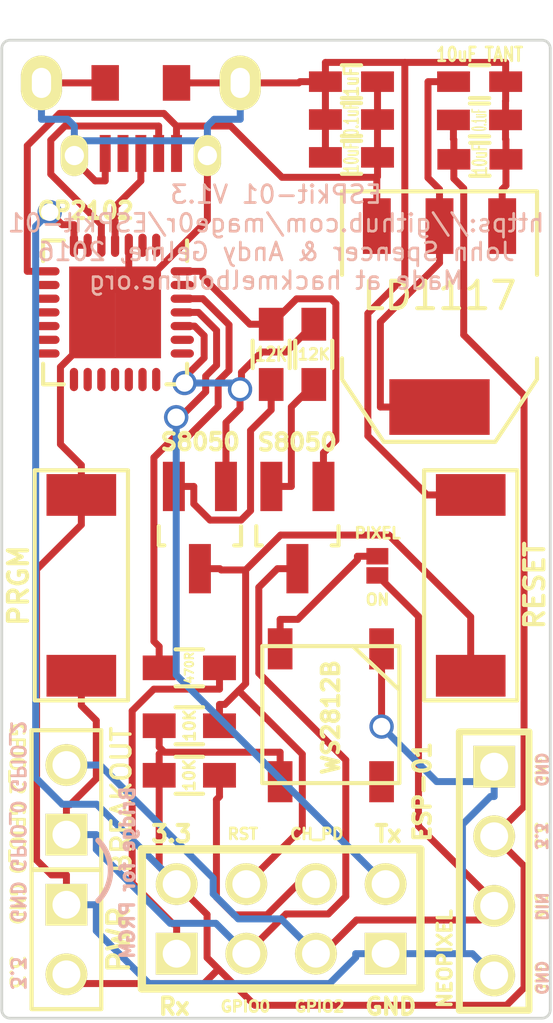
<source format=kicad_pcb>
(kicad_pcb (version 20171130) (host pcbnew "(5.1.12)-1")

  (general
    (thickness 1.6)
    (drawings 29)
    (tracks 280)
    (zones 0)
    (modules 24)
    (nets 39)
  )

  (page A3)
  (layers
    (0 F.Cu signal)
    (31 B.Cu signal)
    (32 B.Adhes user)
    (33 F.Adhes user)
    (34 B.Paste user)
    (35 F.Paste user)
    (36 B.SilkS user)
    (37 F.SilkS user)
    (38 B.Mask user)
    (39 F.Mask user)
    (40 Dwgs.User user)
    (41 Cmts.User user)
    (42 Eco1.User user)
    (43 Eco2.User user)
    (44 Edge.Cuts user)
  )

  (setup
    (last_trace_width 0.254)
    (trace_clearance 0.2)
    (zone_clearance 0.508)
    (zone_45_only no)
    (trace_min 0.2)
    (via_size 0.889)
    (via_drill 0.635)
    (via_min_size 0.889)
    (via_min_drill 0.508)
    (uvia_size 0.508)
    (uvia_drill 0.127)
    (uvias_allowed no)
    (uvia_min_size 0.508)
    (uvia_min_drill 0.127)
    (edge_width 0.1)
    (segment_width 0.2)
    (pcb_text_width 0.3)
    (pcb_text_size 1.5 1.5)
    (mod_edge_width 0.15)
    (mod_text_size 1 1)
    (mod_text_width 0.15)
    (pad_size 2.032 1.7272)
    (pad_drill 1.5)
    (pad_to_mask_clearance 0)
    (aux_axis_origin 0 0)
    (visible_elements 7FFFFFFF)
    (pcbplotparams
      (layerselection 0x01fff_80000001)
      (usegerberextensions true)
      (usegerberattributes true)
      (usegerberadvancedattributes true)
      (creategerberjobfile true)
      (excludeedgelayer true)
      (linewidth 0.150000)
      (plotframeref false)
      (viasonmask false)
      (mode 1)
      (useauxorigin false)
      (hpglpennumber 1)
      (hpglpenspeed 20)
      (hpglpendiameter 15.000000)
      (psnegative false)
      (psa4output false)
      (plotreference true)
      (plotvalue true)
      (plotinvisibletext false)
      (padsonsilk false)
      (subtractmaskfromsilk false)
      (outputformat 1)
      (mirror false)
      (drillshape 0)
      (scaleselection 1)
      (outputdirectory "Gerber.x2/"))
  )

  (net 0 "")
  (net 1 +3.3V)
  (net 2 GND)
  (net 3 +3V3)
  (net 4 +5V)
  (net 5 "Net-(IC1-Pad2)")
  (net 6 "Net-(IC1-Pad4)")
  (net 7 /TXD)
  (net 8 /GPIO0)
  (net 9 /RESET)
  (net 10 /GPIO2)
  (net 11 /ESP_EN)
  (net 12 /RXD)
  (net 13 /USB_D-)
  (net 14 /USB_D+)
  (net 15 "Net-(P3-Pad4)")
  (net 16 "Net-(Q1-Pad2)")
  (net 17 /RTS)
  (net 18 "Net-(Q2-Pad2)")
  (net 19 /DTR)
  (net 20 "Net-(R5-Pad2)")
  (net 21 /DCD)
  (net 22 /RI)
  (net 23 "Net-(U2-Pad9)")
  (net 24 "Net-(U2-Pad10)")
  (net 25 "Net-(U2-Pad11)")
  (net 26 "Net-(U2-Pad12)")
  (net 27 "Net-(U2-Pad13)")
  (net 28 "Net-(U2-Pad14)")
  (net 29 "Net-(U2-Pad15)")
  (net 30 "Net-(U2-Pad16)")
  (net 31 "Net-(U2-Pad17)")
  (net 32 "Net-(U2-Pad18)")
  (net 33 "Net-(U2-Pad19)")
  (net 34 "Net-(U2-Pad20)")
  (net 35 "Net-(U2-Pad21)")
  (net 36 "Net-(U2-Pad22)")
  (net 37 /CTS)
  (net 38 /DSR)

  (net_class Default "This is the default net class."
    (clearance 0.2)
    (trace_width 0.254)
    (via_dia 0.889)
    (via_drill 0.635)
    (uvia_dia 0.508)
    (uvia_drill 0.127)
    (add_net +3.3V)
    (add_net +3V3)
    (add_net +5V)
    (add_net /CTS)
    (add_net /DCD)
    (add_net /DSR)
    (add_net /DTR)
    (add_net /ESP_EN)
    (add_net /GPIO0)
    (add_net /GPIO2)
    (add_net /RESET)
    (add_net /RI)
    (add_net /RTS)
    (add_net /RXD)
    (add_net /TXD)
    (add_net /USB_D+)
    (add_net /USB_D-)
    (add_net GND)
    (add_net "Net-(IC1-Pad2)")
    (add_net "Net-(IC1-Pad4)")
    (add_net "Net-(P3-Pad4)")
    (add_net "Net-(Q1-Pad2)")
    (add_net "Net-(Q2-Pad2)")
    (add_net "Net-(R5-Pad2)")
    (add_net "Net-(U2-Pad10)")
    (add_net "Net-(U2-Pad11)")
    (add_net "Net-(U2-Pad12)")
    (add_net "Net-(U2-Pad13)")
    (add_net "Net-(U2-Pad14)")
    (add_net "Net-(U2-Pad15)")
    (add_net "Net-(U2-Pad16)")
    (add_net "Net-(U2-Pad17)")
    (add_net "Net-(U2-Pad18)")
    (add_net "Net-(U2-Pad19)")
    (add_net "Net-(U2-Pad20)")
    (add_net "Net-(U2-Pad21)")
    (add_net "Net-(U2-Pad22)")
    (add_net "Net-(U2-Pad9)")
  )

  (module Resistors_SMD:R_0603_HandSoldering (layer F.Cu) (tedit 580C79A9) (tstamp 580C7CE8)
    (at 18.9382 38.9331 180)
    (descr "Resistor SMD 0603, hand soldering")
    (tags "resistor 0603")
    (path /580DE352)
    (attr smd)
    (fp_text reference R1 (at 0 0 180) (layer F.SilkS) hide
      (effects (font (size 1 1) (thickness 0.15)))
    )
    (fp_text value 10K (at 0 0 270) (layer F.SilkS)
      (effects (font (size 0.4 0.4) (thickness 0.1)))
    )
    (fp_line (start -0.5 -0.675) (end 0.5 -0.675) (layer F.SilkS) (width 0.15))
    (fp_line (start 0.5 0.675) (end -0.5 0.675) (layer F.SilkS) (width 0.15))
    (fp_line (start 2 -0.8) (end 2 0.8) (layer F.CrtYd) (width 0.05))
    (fp_line (start -2 -0.8) (end -2 0.8) (layer F.CrtYd) (width 0.05))
    (fp_line (start -2 0.8) (end 2 0.8) (layer F.CrtYd) (width 0.05))
    (fp_line (start -2 -0.8) (end 2 -0.8) (layer F.CrtYd) (width 0.05))
    (pad 1 smd rect (at -1.1 0 180) (size 1.2 0.9) (layers F.Cu F.Paste F.Mask)
      (net 11 /ESP_EN))
    (pad 2 smd rect (at 1.1 0 180) (size 1.2 0.9) (layers F.Cu F.Paste F.Mask)
      (net 1 +3.3V))
    (model Resistors_SMD.3dshapes/R_0603_HandSoldering.wrl
      (at (xyz 0 0 0))
      (scale (xyz 1 1 1))
      (rotate (xyz 0 0 0))
    )
  )

  (module ws2812b (layer F.Cu) (tedit 5502FF8E) (tstamp 54EDDE40)
    (at 24.0995 36.7182 90)
    (descr ws2812b)
    (tags ws2812b)
    (path /54EDD60A)
    (fp_text reference IC1 (at 0 -3.5 90) (layer F.SilkS) hide
      (effects (font (size 1 1) (thickness 0.15)))
    )
    (fp_text value WS2812B (at -0.1 0 90) (layer F.SilkS)
      (effects (font (size 0.6 0.6) (thickness 0.15)))
    )
    (fp_line (start 2.5 2.5) (end -2.5 2.5) (layer F.SilkS) (width 0.15))
    (fp_line (start 2.5 -2.5) (end 2.5 2.5) (layer F.SilkS) (width 0.15))
    (fp_line (start -2.5 -2.5) (end 2.5 -2.5) (layer F.SilkS) (width 0.15))
    (fp_line (start -2.5 2.5) (end -2.5 -2.5) (layer F.SilkS) (width 0.15))
    (fp_line (start 0.9 2.5) (end 2.5 0.8) (layer F.SilkS) (width 0.15))
    (pad 1 smd rect (at -2.45 -1.85 90) (size 1.5 0.9) (layers F.Cu F.Paste F.Mask)
      (net 1 +3.3V))
    (pad 2 smd rect (at -2.45 1.85 90) (size 1.5 0.9) (layers F.Cu F.Paste F.Mask)
      (net 5 "Net-(IC1-Pad2)"))
    (pad 3 smd rect (at 2.4 1.85 90) (size 1.5 0.9) (layers F.Cu F.Paste F.Mask)
      (net 2 GND))
    (pad 4 smd rect (at 2.4 -1.85 90) (size 1.5 0.9) (layers F.Cu F.Paste F.Mask)
      (net 6 "Net-(IC1-Pad4)"))
  )

  (module PIN_ARRAY_4x1 (layer F.Cu) (tedit 5502FDF8) (tstamp 54EDDEAA)
    (at 30.0559 42.429 270)
    (descr "Double rangee de contacts 2 x 5 pins")
    (tags CONN)
    (path /54EDDAA2)
    (fp_text reference P5 (at 2.6 2 270) (layer F.SilkS) hide
      (effects (font (size 1.016 1.016) (thickness 0.2032)))
    )
    (fp_text value NEOPIXEL (at 3.2 1.8 270) (layer F.SilkS)
      (effects (font (size 0.5 0.5) (thickness 0.125)))
    )
    (fp_line (start 5.08 1.27) (end 5.08 -1.27) (layer F.SilkS) (width 0.254))
    (fp_line (start -5.08 -1.27) (end -5.08 1.27) (layer F.SilkS) (width 0.254))
    (fp_line (start 5.08 -1.27) (end -5.08 -1.27) (layer F.SilkS) (width 0.254))
    (fp_line (start 5.08 1.27) (end -5.08 1.27) (layer F.SilkS) (width 0.254))
    (pad 1 thru_hole rect (at -3.81 0 270) (size 1.524 1.524) (drill 1.016) (layers *.Cu *.Mask F.SilkS)
      (net 2 GND))
    (pad 2 thru_hole circle (at -1.27 0 270) (size 1.524 1.524) (drill 1.016) (layers *.Cu *.Mask F.SilkS)
      (net 1 +3.3V))
    (pad 3 thru_hole circle (at 1.27 0 270) (size 1.524 1.524) (drill 1.016) (layers *.Cu *.Mask F.SilkS)
      (net 10 /GPIO2))
    (pad 4 thru_hole circle (at 3.81 0 270) (size 1.524 1.524) (drill 1.016) (layers *.Cu *.Mask F.SilkS)
      (net 2 GND))
    (model pin_array\pins_array_4x1.wrl
      (at (xyz 0 0 0))
      (scale (xyz 1 1 1))
      (rotate (xyz 0 0 0))
    )
  )

  (module PIN_ARRAY_2X1 (layer F.Cu) (tedit 5502F774) (tstamp 54EDDEB4)
    (at 14.4559 39.829 90)
    (descr "Connecteurs 2 pins")
    (tags "CONN DEV")
    (path /54EDD989)
    (fp_text reference P2 (at 3.4 -0.6 90) (layer F.SilkS) hide
      (effects (font (size 0.762 0.762) (thickness 0.1524)))
    )
    (fp_text value BREAKOUT (at 0 2 90) (layer F.SilkS)
      (effects (font (size 0.7 0.7) (thickness 0.125)))
    )
    (fp_line (start 2.54 1.27) (end -2.54 1.27) (layer F.SilkS) (width 0.1524))
    (fp_line (start 2.54 -1.27) (end 2.54 1.27) (layer F.SilkS) (width 0.1524))
    (fp_line (start -2.54 -1.27) (end 2.54 -1.27) (layer F.SilkS) (width 0.1524))
    (fp_line (start -2.54 1.27) (end -2.54 -1.27) (layer F.SilkS) (width 0.1524))
    (pad 1 thru_hole rect (at -1.27 0 90) (size 1.524 1.524) (drill 1.016) (layers *.Cu *.Mask F.SilkS)
      (net 8 /GPIO0))
    (pad 2 thru_hole circle (at 1.27 0 90) (size 1.524 1.524) (drill 1.016) (layers *.Cu *.Mask F.SilkS)
      (net 10 /GPIO2))
    (model pin_array/pins_array_2x1.wrl
      (at (xyz 0 0 0))
      (scale (xyz 1 1 1))
      (rotate (xyz 0 0 0))
    )
  )

  (module ESP-01 (layer F.Cu) (tedit 580C81D5) (tstamp 54EEEC65)
    (at 22.286 44.1757)
    (path /54EEE7FA)
    (fp_text reference P1 (at -5.9 0 90) (layer F.SilkS) hide
      (effects (font (size 1.016 1.016) (thickness 0.2032)))
    )
    (fp_text value ESP-01 (at 5.15112 -4.64058 270) (layer F.SilkS)
      (effects (font (size 0.6 0.6) (thickness 0.15)))
    )
    (fp_line (start -5.08 2.54) (end -5.08 -2.54) (layer F.SilkS) (width 0.3048))
    (fp_line (start 5.08 2.54) (end -5.08 2.54) (layer F.SilkS) (width 0.3048))
    (fp_line (start 5.08 -2.54) (end 5.08 2.54) (layer F.SilkS) (width 0.3048))
    (fp_line (start -5.08 -2.54) (end 5.08 -2.54) (layer F.SilkS) (width 0.3048))
    (fp_text user 3.3 (at -4 -3.1) (layer F.SilkS)
      (effects (font (size 0.6 0.6) (thickness 0.15)))
    )
    (fp_text user RST (at -1.4 -3.1) (layer F.SilkS)
      (effects (font (size 0.4 0.4) (thickness 0.1)))
    )
    (fp_text user Tx (at 3.9 -3.1) (layer F.SilkS)
      (effects (font (size 0.6 0.6) (thickness 0.15)))
    )
    (fp_text user CH_PD (at 1.3 -3.1) (layer F.SilkS)
      (effects (font (size 0.4 0.4) (thickness 0.1)))
    )
    (fp_text user GPIO2 (at 1.4 3.2) (layer F.SilkS)
      (effects (font (size 0.4 0.4) (thickness 0.1)))
    )
    (fp_text user GND (at 4 3.2) (layer F.SilkS)
      (effects (font (size 0.6 0.6) (thickness 0.15)))
    )
    (fp_text user GPIO0 (at -1.3 3.2) (layer F.SilkS)
      (effects (font (size 0.4 0.4) (thickness 0.1)))
    )
    (fp_text user Rx (at -3.9 3.2) (layer F.SilkS)
      (effects (font (size 0.6 0.6) (thickness 0.15)))
    )
    (pad 1 thru_hole rect (at -3.81 1.27) (size 1.524 1.524) (drill 1.016) (layers *.Cu *.Mask F.SilkS)
      (net 7 /TXD))
    (pad 2 thru_hole circle (at -3.81 -1.27) (size 1.524 1.524) (drill 1.016) (layers *.Cu *.Mask F.SilkS)
      (net 1 +3.3V))
    (pad 3 thru_hole circle (at -1.27 1.27) (size 1.524 1.524) (drill 1.016) (layers *.Cu *.Mask F.SilkS)
      (net 8 /GPIO0))
    (pad 4 thru_hole circle (at -1.27 -1.27) (size 1.524 1.524) (drill 1.016) (layers *.Cu *.Mask F.SilkS)
      (net 9 /RESET))
    (pad 5 thru_hole circle (at 1.27 1.27) (size 1.524 1.524) (drill 1.016) (layers *.Cu *.Mask F.SilkS)
      (net 10 /GPIO2))
    (pad 6 thru_hole circle (at 1.27 -1.27) (size 1.524 1.524) (drill 1.016) (layers *.Cu *.Mask F.SilkS)
      (net 11 /ESP_EN))
    (pad 7 thru_hole rect (at 3.81 1.27) (size 1.524 1.524) (drill 1.016) (layers *.Cu *.Mask F.SilkS)
      (net 2 GND))
    (pad 8 thru_hole circle (at 3.81 -1.27) (size 1.524 1.524) (drill 1.016) (layers *.Cu *.Mask F.SilkS)
      (net 12 /RXD))
    (model pin_array/pins_array_4x2.wrl
      (at (xyz 0 0 0))
      (scale (xyz 1 1 1))
      (rotate (xyz 0 0 0))
    )
  )

  (module 603_bridge (layer F.Cu) (tedit 54EF01D7) (tstamp 54EF09F8)
    (at 25.7962 31.2877 90)
    (path /54EEEF39)
    (fp_text reference P6 (at 0 -0.9 90) (layer F.SilkS) hide
      (effects (font (size 0.20066 0.20066) (thickness 0.04064)))
    )
    (fp_text value BRIDGE (at 0 0.9 90) (layer F.SilkS) hide
      (effects (font (size 0.20066 0.20066) (thickness 0.04064)))
    )
    (pad 1 smd rect (at 0.35 0 90) (size 0.6 0.8) (layers F.Cu F.Paste F.Mask)
      (net 6 "Net-(IC1-Pad4)"))
    (pad 2 smd rect (at -0.35 0 90) (size 0.6 0.8) (layers F.Cu F.Paste F.Mask)
      (net 10 /GPIO2))
    (model smd/capacitors/c_0603.wrl
      (at (xyz 0 0 0))
      (scale (xyz 1 1 1))
      (rotate (xyz 0 0 0))
    )
  )

  (module PIN_ARRAY_2X1 (layer F.Cu) (tedit 5502EFF8) (tstamp 54EDDEBE)
    (at 14.4559 44.929 270)
    (descr "Connecteurs 2 pins")
    (tags "CONN DEV")
    (path /54EDDD55)
    (fp_text reference P4 (at 0 -1.905 270) (layer F.SilkS) hide
      (effects (font (size 0.762 0.762) (thickness 0.1524)))
    )
    (fp_text value PWR (at 0 -1.905 270) (layer F.SilkS)
      (effects (font (size 0.762 0.762) (thickness 0.1524)))
    )
    (fp_line (start 2.54 1.27) (end -2.54 1.27) (layer F.SilkS) (width 0.1524))
    (fp_line (start 2.54 -1.27) (end 2.54 1.27) (layer F.SilkS) (width 0.1524))
    (fp_line (start -2.54 -1.27) (end 2.54 -1.27) (layer F.SilkS) (width 0.1524))
    (fp_line (start -2.54 1.27) (end -2.54 -1.27) (layer F.SilkS) (width 0.1524))
    (pad 1 thru_hole rect (at -1.27 0 270) (size 1.524 1.524) (drill 1.016) (layers *.Cu *.Mask F.SilkS)
      (net 2 GND))
    (pad 2 thru_hole circle (at 1.27 0 270) (size 1.524 1.524) (drill 1.016) (layers *.Cu *.Mask F.SilkS)
      (net 1 +3.3V))
    (model pin_array/pins_array_2x1.wrl
      (at (xyz 0 0 0))
      (scale (xyz 1 1 1))
      (rotate (xyz 0 0 0))
    )
  )

  (module 1107G (layer F.Cu) (tedit 580C79D6) (tstamp 54EDDF12)
    (at 15 32 270)
    (tags SWITCH)
    (path /54EDD54C)
    (fp_text reference SW2 (at 0 0 270) (layer F.SilkS) hide
      (effects (font (size 1 1) (thickness 0.15)))
    )
    (fp_text value PRGM (at 0.00762 2.29362 90) (layer F.SilkS)
      (effects (font (size 0.7 0.7) (thickness 0.15)))
    )
    (fp_line (start -4.2 1.7) (end -4.2 -1.7) (layer F.SilkS) (width 0.15))
    (fp_line (start 4.2 1.7) (end -4.2 1.7) (layer F.SilkS) (width 0.15))
    (fp_line (start 4.2 -1.7) (end 4.2 1.7) (layer F.SilkS) (width 0.15))
    (fp_line (start -4.2 -1.7) (end 4.2 -1.7) (layer F.SilkS) (width 0.15))
    (pad 1 smd rect (at 3.3 0 270) (size 1.524 2.54) (layers F.Cu F.Paste F.Mask)
      (net 8 /GPIO0))
    (pad 2 smd rect (at -3.3 0 270) (size 1.524 2.54) (layers F.Cu F.Paste F.Mask)
      (net 2 GND))
  )

  (module 1107G (layer F.Cu) (tedit 580C7A29) (tstamp 54EDDF1C)
    (at 29.2 32 270)
    (tags SWITCH)
    (path /54EDD8EB)
    (fp_text reference SW1 (at 0.1 0.2 270) (layer F.SilkS) hide
      (effects (font (size 1 1) (thickness 0.15)))
    )
    (fp_text value RESET (at -0.00108 -2.33172 270) (layer F.SilkS)
      (effects (font (size 0.7 0.7) (thickness 0.15)))
    )
    (fp_line (start -4.2 1.7) (end -4.2 -1.7) (layer F.SilkS) (width 0.15))
    (fp_line (start 4.2 1.7) (end -4.2 1.7) (layer F.SilkS) (width 0.15))
    (fp_line (start 4.2 -1.7) (end 4.2 1.7) (layer F.SilkS) (width 0.15))
    (fp_line (start -4.2 -1.7) (end 4.2 -1.7) (layer F.SilkS) (width 0.15))
    (pad 1 smd rect (at 3.3 0 270) (size 1.524 2.54) (layers F.Cu F.Paste F.Mask)
      (net 9 /RESET))
    (pad 2 smd rect (at -3.3 0 270) (size 1.524 2.54) (layers F.Cu F.Paste F.Mask)
      (net 2 GND))
  )

  (module Capacitors_SMD:C_0603_HandSoldering (layer F.Cu) (tedit 580C7B03) (tstamp 580C73E2)
    (at 29.5351 16.449)
    (descr "Capacitor SMD 0603, hand soldering")
    (tags "capacitor 0603")
    (path /580CD839)
    (attr smd)
    (fp_text reference C1 (at -0.00254 0.01524) (layer F.SilkS) hide
      (effects (font (size 1 1) (thickness 0.15)))
    )
    (fp_text value 10uF (at 0 0 90) (layer F.SilkS)
      (effects (font (size 0.5 0.3) (thickness 0.075)))
    )
    (fp_line (start 0.35 0.6) (end -0.35 0.6) (layer F.SilkS) (width 0.15))
    (fp_line (start -0.35 -0.6) (end 0.35 -0.6) (layer F.SilkS) (width 0.15))
    (fp_line (start 1.85 -0.75) (end 1.85 0.75) (layer F.CrtYd) (width 0.05))
    (fp_line (start -1.85 -0.75) (end -1.85 0.75) (layer F.CrtYd) (width 0.05))
    (fp_line (start -1.85 0.75) (end 1.85 0.75) (layer F.CrtYd) (width 0.05))
    (fp_line (start -1.85 -0.75) (end 1.85 -0.75) (layer F.CrtYd) (width 0.05))
    (fp_line (start -0.8 -0.4) (end 0.8 -0.4) (layer F.Fab) (width 0.15))
    (fp_line (start 0.8 -0.4) (end 0.8 0.4) (layer F.Fab) (width 0.15))
    (fp_line (start 0.8 0.4) (end -0.8 0.4) (layer F.Fab) (width 0.15))
    (fp_line (start -0.8 0.4) (end -0.8 -0.4) (layer F.Fab) (width 0.15))
    (pad 1 smd rect (at -0.95 0) (size 1.2 0.75) (layers F.Cu F.Paste F.Mask)
      (net 1 +3.3V))
    (pad 2 smd rect (at 0.95 0) (size 1.2 0.75) (layers F.Cu F.Paste F.Mask)
      (net 2 GND))
    (model Capacitors_SMD.3dshapes/C_0603_HandSoldering.wrl
      (at (xyz 0 0 0))
      (scale (xyz 1 1 1))
      (rotate (xyz 0 0 0))
    )
  )

  (module Capacitors_SMD:C_0603_HandSoldering (layer F.Cu) (tedit 580C7B1B) (tstamp 580C73E8)
    (at 29.5199 15.0114)
    (descr "Capacitor SMD 0603, hand soldering")
    (tags "capacitor 0603")
    (path /580CDDA5)
    (attr smd)
    (fp_text reference C4 (at 0 -0.01524) (layer F.SilkS) hide
      (effects (font (size 1 1) (thickness 0.15)))
    )
    (fp_text value 0.1uF (at 0 0 90) (layer F.SilkS)
      (effects (font (size 0.5 0.2) (thickness 0.05)))
    )
    (fp_line (start 0.35 0.6) (end -0.35 0.6) (layer F.SilkS) (width 0.15))
    (fp_line (start -0.35 -0.6) (end 0.35 -0.6) (layer F.SilkS) (width 0.15))
    (fp_line (start 1.85 -0.75) (end 1.85 0.75) (layer F.CrtYd) (width 0.05))
    (fp_line (start -1.85 -0.75) (end -1.85 0.75) (layer F.CrtYd) (width 0.05))
    (fp_line (start -1.85 0.75) (end 1.85 0.75) (layer F.CrtYd) (width 0.05))
    (fp_line (start -1.85 -0.75) (end 1.85 -0.75) (layer F.CrtYd) (width 0.05))
    (fp_line (start -0.8 -0.4) (end 0.8 -0.4) (layer F.Fab) (width 0.15))
    (fp_line (start 0.8 -0.4) (end 0.8 0.4) (layer F.Fab) (width 0.15))
    (fp_line (start 0.8 0.4) (end -0.8 0.4) (layer F.Fab) (width 0.15))
    (fp_line (start -0.8 0.4) (end -0.8 -0.4) (layer F.Fab) (width 0.15))
    (pad 1 smd rect (at -0.95 0) (size 1.2 0.75) (layers F.Cu F.Paste F.Mask)
      (net 1 +3.3V))
    (pad 2 smd rect (at 0.95 0) (size 1.2 0.75) (layers F.Cu F.Paste F.Mask)
      (net 2 GND))
    (model Capacitors_SMD.3dshapes/C_0603_HandSoldering.wrl
      (at (xyz 0 0 0))
      (scale (xyz 1 1 1))
      (rotate (xyz 0 0 0))
    )
  )

  (module Capacitors_SMD:C_0603_HandSoldering (layer F.Cu) (tedit 580C7B79) (tstamp 580C73EE)
    (at 24.8514 13.6144 180)
    (descr "Capacitor SMD 0603, hand soldering")
    (tags "capacitor 0603")
    (path /580C641F)
    (attr smd)
    (fp_text reference C5 (at 0 0 180) (layer F.SilkS) hide
      (effects (font (size 1 1) (thickness 0.15)))
    )
    (fp_text value 1uF (at 0 0 270) (layer F.SilkS)
      (effects (font (size 0.5 0.4) (thickness 0.1)))
    )
    (fp_line (start 0.35 0.6) (end -0.35 0.6) (layer F.SilkS) (width 0.15))
    (fp_line (start -0.35 -0.6) (end 0.35 -0.6) (layer F.SilkS) (width 0.15))
    (fp_line (start 1.85 -0.75) (end 1.85 0.75) (layer F.CrtYd) (width 0.05))
    (fp_line (start -1.85 -0.75) (end -1.85 0.75) (layer F.CrtYd) (width 0.05))
    (fp_line (start -1.85 0.75) (end 1.85 0.75) (layer F.CrtYd) (width 0.05))
    (fp_line (start -1.85 -0.75) (end 1.85 -0.75) (layer F.CrtYd) (width 0.05))
    (fp_line (start -0.8 -0.4) (end 0.8 -0.4) (layer F.Fab) (width 0.15))
    (fp_line (start 0.8 -0.4) (end 0.8 0.4) (layer F.Fab) (width 0.15))
    (fp_line (start 0.8 0.4) (end -0.8 0.4) (layer F.Fab) (width 0.15))
    (fp_line (start -0.8 0.4) (end -0.8 -0.4) (layer F.Fab) (width 0.15))
    (pad 1 smd rect (at -0.95 0 180) (size 1.2 0.75) (layers F.Cu F.Paste F.Mask)
      (net 4 +5V))
    (pad 2 smd rect (at 0.95 0 180) (size 1.2 0.75) (layers F.Cu F.Paste F.Mask)
      (net 2 GND))
    (model Capacitors_SMD.3dshapes/C_0603_HandSoldering.wrl
      (at (xyz 0 0 0))
      (scale (xyz 1 1 1))
      (rotate (xyz 0 0 0))
    )
  )

  (module Capacitors_SMD:C_0603_HandSoldering (layer F.Cu) (tedit 580C7B43) (tstamp 580C73F4)
    (at 24.8514 16.3779 180)
    (descr "Capacitor SMD 0603, hand soldering")
    (tags "capacitor 0603")
    (path /580CF14F)
    (attr smd)
    (fp_text reference C6 (at 0 0 180) (layer F.SilkS) hide
      (effects (font (size 1 1) (thickness 0.15)))
    )
    (fp_text value 10uF (at 0 0 270) (layer F.SilkS)
      (effects (font (size 0.5 0.3) (thickness 0.075)))
    )
    (fp_line (start 0.35 0.6) (end -0.35 0.6) (layer F.SilkS) (width 0.15))
    (fp_line (start -0.35 -0.6) (end 0.35 -0.6) (layer F.SilkS) (width 0.15))
    (fp_line (start 1.85 -0.75) (end 1.85 0.75) (layer F.CrtYd) (width 0.05))
    (fp_line (start -1.85 -0.75) (end -1.85 0.75) (layer F.CrtYd) (width 0.05))
    (fp_line (start -1.85 0.75) (end 1.85 0.75) (layer F.CrtYd) (width 0.05))
    (fp_line (start -1.85 -0.75) (end 1.85 -0.75) (layer F.CrtYd) (width 0.05))
    (fp_line (start -0.8 -0.4) (end 0.8 -0.4) (layer F.Fab) (width 0.15))
    (fp_line (start 0.8 -0.4) (end 0.8 0.4) (layer F.Fab) (width 0.15))
    (fp_line (start 0.8 0.4) (end -0.8 0.4) (layer F.Fab) (width 0.15))
    (fp_line (start -0.8 0.4) (end -0.8 -0.4) (layer F.Fab) (width 0.15))
    (pad 1 smd rect (at -0.95 0 180) (size 1.2 0.75) (layers F.Cu F.Paste F.Mask)
      (net 4 +5V))
    (pad 2 smd rect (at 0.95 0 180) (size 1.2 0.75) (layers F.Cu F.Paste F.Mask)
      (net 2 GND))
    (model Capacitors_SMD.3dshapes/C_0603_HandSoldering.wrl
      (at (xyz 0 0 0))
      (scale (xyz 1 1 1))
      (rotate (xyz 0 0 0))
    )
  )

  (module Capacitors_SMD:C_0603_HandSoldering (layer F.Cu) (tedit 580C7B59) (tstamp 580C73FA)
    (at 24.8514 14.9962 180)
    (descr "Capacitor SMD 0603, hand soldering")
    (tags "capacitor 0603")
    (path /580CF155)
    (attr smd)
    (fp_text reference C7 (at 0 0 180) (layer F.SilkS) hide
      (effects (font (size 1 1) (thickness 0.15)))
    )
    (fp_text value 0.1uF (at 0 0 270) (layer F.SilkS)
      (effects (font (size 0.5 0.3) (thickness 0.075)))
    )
    (fp_line (start 0.35 0.6) (end -0.35 0.6) (layer F.SilkS) (width 0.15))
    (fp_line (start -0.35 -0.6) (end 0.35 -0.6) (layer F.SilkS) (width 0.15))
    (fp_line (start 1.85 -0.75) (end 1.85 0.75) (layer F.CrtYd) (width 0.05))
    (fp_line (start -1.85 -0.75) (end -1.85 0.75) (layer F.CrtYd) (width 0.05))
    (fp_line (start -1.85 0.75) (end 1.85 0.75) (layer F.CrtYd) (width 0.05))
    (fp_line (start -1.85 -0.75) (end 1.85 -0.75) (layer F.CrtYd) (width 0.05))
    (fp_line (start -0.8 -0.4) (end 0.8 -0.4) (layer F.Fab) (width 0.15))
    (fp_line (start 0.8 -0.4) (end 0.8 0.4) (layer F.Fab) (width 0.15))
    (fp_line (start 0.8 0.4) (end -0.8 0.4) (layer F.Fab) (width 0.15))
    (fp_line (start -0.8 0.4) (end -0.8 -0.4) (layer F.Fab) (width 0.15))
    (pad 1 smd rect (at -0.95 0 180) (size 1.2 0.75) (layers F.Cu F.Paste F.Mask)
      (net 4 +5V))
    (pad 2 smd rect (at 0.95 0 180) (size 1.2 0.75) (layers F.Cu F.Paste F.Mask)
      (net 2 GND))
    (model Capacitors_SMD.3dshapes/C_0603_HandSoldering.wrl
      (at (xyz 0 0 0))
      (scale (xyz 1 1 1))
      (rotate (xyz 0 0 0))
    )
  )

  (module Capacitors_SMD:C_0603_HandSoldering (layer F.Cu) (tedit 580DBFB3) (tstamp 580C7400)
    (at 29.525 13.6144)
    (descr "Capacitor SMD 0603, hand soldering")
    (tags "capacitor 0603")
    (path /580C65AC)
    (attr smd)
    (fp_text reference C8 (at 0 0) (layer F.SilkS) hide
      (effects (font (size 1 1) (thickness 0.15)))
    )
    (fp_text value "10uF TANT" (at 0 -0.9906) (layer F.SilkS)
      (effects (font (size 0.5 0.4) (thickness 0.1)))
    )
    (fp_line (start 0.35 0.6) (end -0.35 0.6) (layer F.SilkS) (width 0.15))
    (fp_line (start -0.35 -0.6) (end 0.35 -0.6) (layer F.SilkS) (width 0.15))
    (fp_line (start 1.85 -0.75) (end 1.85 0.75) (layer F.CrtYd) (width 0.05))
    (fp_line (start -1.85 -0.75) (end -1.85 0.75) (layer F.CrtYd) (width 0.05))
    (fp_line (start -1.85 0.75) (end 1.85 0.75) (layer F.CrtYd) (width 0.05))
    (fp_line (start -1.85 -0.75) (end 1.85 -0.75) (layer F.CrtYd) (width 0.05))
    (fp_line (start -0.8 -0.4) (end 0.8 -0.4) (layer F.Fab) (width 0.15))
    (fp_line (start 0.8 -0.4) (end 0.8 0.4) (layer F.Fab) (width 0.15))
    (fp_line (start 0.8 0.4) (end -0.8 0.4) (layer F.Fab) (width 0.15))
    (fp_line (start -0.8 0.4) (end -0.8 -0.4) (layer F.Fab) (width 0.15))
    (pad 1 smd rect (at -0.95 0) (size 1.2 0.75) (layers F.Cu F.Paste F.Mask)
      (net 3 +3V3))
    (pad 2 smd rect (at 0.95 0) (size 1.2 0.75) (layers F.Cu F.Paste F.Mask)
      (net 2 GND))
    (model Capacitors_SMD.3dshapes/C_0603_HandSoldering.wrl
      (at (xyz 0 0 0))
      (scale (xyz 1 1 1))
      (rotate (xyz 0 0 0))
    )
  )

  (module Resistors_SMD:R_0603_HandSoldering (layer F.Cu) (tedit 580DBFAD) (tstamp 580C7414)
    (at 21.9227 23.5687 90)
    (descr "Resistor SMD 0603, hand soldering")
    (tags "resistor 0603")
    (path /580C91AB)
    (attr smd)
    (fp_text reference R2 (at 0 0 90) (layer F.SilkS) hide
      (effects (font (size 1 1) (thickness 0.15)))
    )
    (fp_text value 12K (at 0 0 180) (layer F.SilkS)
      (effects (font (size 0.5 0.4) (thickness 0.1)))
    )
    (fp_line (start -0.5 -0.675) (end 0.5 -0.675) (layer F.SilkS) (width 0.15))
    (fp_line (start 0.5 0.675) (end -0.5 0.675) (layer F.SilkS) (width 0.15))
    (fp_line (start 2 -0.8) (end 2 0.8) (layer F.CrtYd) (width 0.05))
    (fp_line (start -2 -0.8) (end -2 0.8) (layer F.CrtYd) (width 0.05))
    (fp_line (start -2 0.8) (end 2 0.8) (layer F.CrtYd) (width 0.05))
    (fp_line (start -2 -0.8) (end 2 -0.8) (layer F.CrtYd) (width 0.05))
    (pad 1 smd rect (at -1.1 0 90) (size 1.2 0.9) (layers F.Cu F.Paste F.Mask)
      (net 16 "Net-(Q1-Pad2)"))
    (pad 2 smd rect (at 1.1 0 90) (size 1.2 0.9) (layers F.Cu F.Paste F.Mask)
      (net 19 /DTR))
    (model Resistors_SMD.3dshapes/R_0603_HandSoldering.wrl
      (at (xyz 0 0 0))
      (scale (xyz 1 1 1))
      (rotate (xyz 0 0 0))
    )
  )

  (module Resistors_SMD:R_0603_HandSoldering (layer F.Cu) (tedit 580DBFA7) (tstamp 580C741A)
    (at 23.4772 23.5687 90)
    (descr "Resistor SMD 0603, hand soldering")
    (tags "resistor 0603")
    (path /580C8F37)
    (attr smd)
    (fp_text reference R3 (at 0 0 90) (layer F.SilkS) hide
      (effects (font (size 1 1) (thickness 0.15)))
    )
    (fp_text value 12K (at 0 0 180) (layer F.SilkS)
      (effects (font (size 0.4 0.4) (thickness 0.1)))
    )
    (fp_line (start -0.5 -0.675) (end 0.5 -0.675) (layer F.SilkS) (width 0.15))
    (fp_line (start 0.5 0.675) (end -0.5 0.675) (layer F.SilkS) (width 0.15))
    (fp_line (start 2 -0.8) (end 2 0.8) (layer F.CrtYd) (width 0.05))
    (fp_line (start -2 -0.8) (end -2 0.8) (layer F.CrtYd) (width 0.05))
    (fp_line (start -2 0.8) (end 2 0.8) (layer F.CrtYd) (width 0.05))
    (fp_line (start -2 -0.8) (end 2 -0.8) (layer F.CrtYd) (width 0.05))
    (pad 1 smd rect (at -1.1 0 90) (size 1.2 0.9) (layers F.Cu F.Paste F.Mask)
      (net 18 "Net-(Q2-Pad2)"))
    (pad 2 smd rect (at 1.1 0 90) (size 1.2 0.9) (layers F.Cu F.Paste F.Mask)
      (net 17 /RTS))
    (model Resistors_SMD.3dshapes/R_0603_HandSoldering.wrl
      (at (xyz 0 0 0))
      (scale (xyz 1 1 1))
      (rotate (xyz 0 0 0))
    )
  )

  (module Resistors_SMD:R_0603_HandSoldering (layer F.Cu) (tedit 580C795D) (tstamp 580C7420)
    (at 18.9382 37.1246 180)
    (descr "Resistor SMD 0603, hand soldering")
    (tags "resistor 0603")
    (path /580DE1E3)
    (attr smd)
    (fp_text reference R4 (at -0.02032 -0.05588 180) (layer F.SilkS) hide
      (effects (font (size 1 1) (thickness 0.15)))
    )
    (fp_text value 10K (at -0.01016 0.00762 270) (layer F.SilkS)
      (effects (font (size 0.4 0.4) (thickness 0.1)))
    )
    (fp_line (start -0.5 -0.675) (end 0.5 -0.675) (layer F.SilkS) (width 0.15))
    (fp_line (start 0.5 0.675) (end -0.5 0.675) (layer F.SilkS) (width 0.15))
    (fp_line (start 2 -0.8) (end 2 0.8) (layer F.CrtYd) (width 0.05))
    (fp_line (start -2 -0.8) (end -2 0.8) (layer F.CrtYd) (width 0.05))
    (fp_line (start -2 0.8) (end 2 0.8) (layer F.CrtYd) (width 0.05))
    (fp_line (start -2 -0.8) (end 2 -0.8) (layer F.CrtYd) (width 0.05))
    (pad 1 smd rect (at -1.1 0 180) (size 1.2 0.9) (layers F.Cu F.Paste F.Mask)
      (net 9 /RESET))
    (pad 2 smd rect (at 1.1 0 180) (size 1.2 0.9) (layers F.Cu F.Paste F.Mask)
      (net 1 +3.3V))
    (model Resistors_SMD.3dshapes/R_0603_HandSoldering.wrl
      (at (xyz 0 0 0))
      (scale (xyz 1 1 1))
      (rotate (xyz 0 0 0))
    )
  )

  (module Resistors_SMD:R_0603_HandSoldering (layer F.Cu) (tedit 580DBF9F) (tstamp 580C7426)
    (at 18.9382 35.0114 180)
    (descr "Resistor SMD 0603, hand soldering")
    (tags "resistor 0603")
    (path /580CBAFA)
    (attr smd)
    (fp_text reference R5 (at 0 0 180) (layer F.SilkS) hide
      (effects (font (size 1 1) (thickness 0.15)))
    )
    (fp_text value 470R (at 0 0 270) (layer F.SilkS)
      (effects (font (size 0.3 0.3) (thickness 0.075)))
    )
    (fp_line (start -0.5 -0.675) (end 0.5 -0.675) (layer F.SilkS) (width 0.15))
    (fp_line (start 0.5 0.675) (end -0.5 0.675) (layer F.SilkS) (width 0.15))
    (fp_line (start 2 -0.8) (end 2 0.8) (layer F.CrtYd) (width 0.05))
    (fp_line (start -2 -0.8) (end -2 0.8) (layer F.CrtYd) (width 0.05))
    (fp_line (start -2 0.8) (end 2 0.8) (layer F.CrtYd) (width 0.05))
    (fp_line (start -2 -0.8) (end 2 -0.8) (layer F.CrtYd) (width 0.05))
    (pad 1 smd rect (at -1.1 0 180) (size 1.2 0.9) (layers F.Cu F.Paste F.Mask)
      (net 7 /TXD))
    (pad 2 smd rect (at 1.1 0 180) (size 1.2 0.9) (layers F.Cu F.Paste F.Mask)
      (net 20 "Net-(R5-Pad2)"))
    (model Resistors_SMD.3dshapes/R_0603_HandSoldering.wrl
      (at (xyz 0 0 0))
      (scale (xyz 1 1 1))
      (rotate (xyz 0 0 0))
    )
  )

  (module TO_SOT_Packages_SMD:SOT-223 (layer F.Cu) (tedit 580C77EB) (tstamp 580C742E)
    (at 28.0619 22.1894 180)
    (descr "module CMS SOT223 4 pins")
    (tags "CMS SOT")
    (path /580C6362)
    (attr smd)
    (fp_text reference U1 (at 0 -0.762 180) (layer F.SilkS) hide
      (effects (font (size 1 1) (thickness 0.15)))
    )
    (fp_text value LD1117 (at 0 0.762 180) (layer F.SilkS)
      (effects (font (size 1 1) (thickness 0.15)))
    )
    (fp_line (start 3.556 -2.286) (end 3.556 -1.524) (layer F.SilkS) (width 0.15))
    (fp_line (start 2.032 -4.572) (end 3.556 -2.286) (layer F.SilkS) (width 0.15))
    (fp_line (start -2.032 -4.572) (end 2.032 -4.572) (layer F.SilkS) (width 0.15))
    (fp_line (start -3.556 -2.286) (end -2.032 -4.572) (layer F.SilkS) (width 0.15))
    (fp_line (start -3.556 -1.524) (end -3.556 -2.286) (layer F.SilkS) (width 0.15))
    (fp_line (start 3.556 4.572) (end 3.556 1.524) (layer F.SilkS) (width 0.15))
    (fp_line (start -3.556 4.572) (end 3.556 4.572) (layer F.SilkS) (width 0.15))
    (fp_line (start -3.556 1.524) (end -3.556 4.572) (layer F.SilkS) (width 0.15))
    (pad 4 smd rect (at 0 -3.302 180) (size 3.6576 2.032) (layers F.Cu F.Paste F.Mask)
      (net 3 +3V3))
    (pad 2 smd rect (at 0 3.302 180) (size 1.016 2.032) (layers F.Cu F.Paste F.Mask)
      (net 3 +3V3))
    (pad 3 smd rect (at 2.286 3.302 180) (size 1.016 2.032) (layers F.Cu F.Paste F.Mask)
      (net 4 +5V))
    (pad 1 smd rect (at -2.286 3.302 180) (size 1.016 2.032) (layers F.Cu F.Paste F.Mask)
      (net 2 GND))
    (model TO_SOT_Packages_SMD.3dshapes/SOT-223.wrl
      (at (xyz 0 0 0))
      (scale (xyz 0.4 0.4 0.4))
      (rotate (xyz 0 0 0))
    )
  )

  (module freetronics_footprints:USB-MICRO-5pin_PTHMOUNT (layer F.Cu) (tedit 580CC8C4) (tstamp 580C7825)
    (at 17.1704 16.2357 270)
    (path /580C5E50)
    (attr smd)
    (fp_text reference P3 (at -4.7 0) (layer Eco1.User)
      (effects (font (size 0.6 0.6) (thickness 0.1)))
    )
    (fp_text value USB_5PIN_SHELL (at -1.33096 0) (layer Eco1.User) hide
      (effects (font (size 0.6 0.6) (thickness 0.1)))
    )
    (fp_line (start -0.20066 3.70078) (end -0.1016 3.59918) (layer Cmts.User) (width 0.20066))
    (fp_line (start -4.09956 -3.70078) (end -4.09956 3.70078) (layer Cmts.User) (width 0.09906))
    (fp_line (start -0.09906 -3.59918) (end -0.19812 -3.70078) (layer Cmts.User) (width 0.20066))
    (fp_line (start -4.89966 3.70078) (end -4.09956 3.70078) (layer Cmts.User) (width 0.20066))
    (fp_line (start -5.50164 4.09956) (end -4.89966 3.70078) (layer Cmts.User) (width 0.20066))
    (fp_line (start -4.89966 -3.70078) (end -5.50164 -4.09956) (layer Cmts.User) (width 0.20066))
    (fp_line (start -4.09956 -3.70078) (end -4.89966 -3.70078) (layer Cmts.User) (width 0.20066))
    (fp_line (start -5.30098 3.40106) (end -5.50164 3.2004) (layer Cmts.User) (width 0.20066))
    (fp_line (start -4.89966 3.40106) (end -5.30098 3.40106) (layer Cmts.User) (width 0.20066))
    (fp_line (start -4.89966 3.70078) (end -4.89966 3.40106) (layer Cmts.User) (width 0.20066))
    (fp_line (start -5.50164 -3.2004) (end -5.50164 3.2004) (layer Cmts.User) (width 0.20066))
    (fp_line (start -5.30098 -3.40106) (end -5.50164 -3.2004) (layer Cmts.User) (width 0.20066))
    (fp_line (start -5.19938 -3.40106) (end -5.30098 -3.40106) (layer Cmts.User) (width 0.20066))
    (fp_line (start -4.89966 -3.40106) (end -5.19938 -3.40106) (layer Cmts.User) (width 0.20066))
    (fp_line (start -4.89966 -3.50012) (end -4.89966 -3.40106) (layer Cmts.User) (width 0.20066))
    (fp_line (start -4.89966 -3.70078) (end -4.89966 -3.50012) (layer Cmts.User) (width 0.20066))
    (fp_line (start -4.09956 -3.70078) (end -3.79984 -3.70078) (layer Cmts.User) (width 0.20066))
    (fp_line (start -4.09956 3.70078) (end -3.79984 3.70078) (layer Cmts.User) (width 0.20066))
    (fp_line (start -0.20066 3.70078) (end -1.39954 3.70078) (layer Cmts.User) (width 0.20066))
    (fp_line (start -0.254 -3.683) (end -1.3335 -3.683) (layer Cmts.User) (width 0.2))
    (pad SHLD thru_hole oval (at -2.57556 -3.62458 270) (size 1.99898 1.50114) (drill oval 1.09982 0.70104) (layers *.Cu *.Mask F.SilkS)
      (net 2 GND))
    (pad SHLD thru_hole oval (at -2.57556 3.62458 270) (size 1.99898 1.50114) (drill oval 1.09982 0.70104) (layers *.Cu *.Mask F.SilkS)
      (net 2 GND))
    (pad SHLD thru_hole oval (at 0.0762 -2.4257 270) (size 1.50114 1.00076) (drill 0.70104) (layers *.Cu *.Mask F.SilkS)
      (net 2 GND))
    (pad SHLD smd rect (at -2.57556 1.30048 270) (size 1.30048 1.00076) (layers F.Cu F.Paste F.Mask)
      (net 2 GND))
    (pad SHLD smd rect (at -2.57556 -1.30048 270) (size 1.30048 1.00076) (layers F.Cu F.Paste F.Mask)
      (net 2 GND))
    (pad 5 smd rect (at 0 1.30048 270) (size 1.34874 0.39878) (layers F.Cu F.Paste F.Mask)
      (net 2 GND))
    (pad 3 smd rect (at 0 0 270) (size 1.34874 0.39878) (layers F.Cu F.Paste F.Mask)
      (net 14 /USB_D+))
    (pad 4 smd rect (at 0 0.65024 270) (size 1.34874 0.39878) (layers F.Cu F.Paste F.Mask)
      (net 15 "Net-(P3-Pad4)"))
    (pad 2 smd rect (at 0 -0.65024 270) (size 1.34874 0.39878) (layers F.Cu F.Paste F.Mask)
      (net 13 /USB_D-))
    (pad SHLD thru_hole oval (at 0.0762 2.4257 270) (size 1.50114 1.00076) (drill 0.70104) (layers *.Cu *.Mask F.SilkS)
      (net 2 GND))
    (pad 1 smd rect (at 0 -1.30048 270) (size 1.34874 0.39878) (layers F.Cu F.Paste F.Mask)
      (net 4 +5V))
  )

  (module TO_SOT_Packages_SMD:SOT-23_Handsoldering (layer F.Cu) (tedit 580C816D) (tstamp 580C82B1)
    (at 19.3243 29.8907 180)
    (descr "SOT-23, Handsoldering")
    (tags SOT-23)
    (path /580C8586)
    (attr smd)
    (fp_text reference Q1 (at 0 0 180) (layer F.SilkS) hide
      (effects (font (size 1 1) (thickness 0.15)))
    )
    (fp_text value S8050 (at -0.0127 3.12674 180) (layer F.SilkS)
      (effects (font (size 0.6 0.6) (thickness 0.15)))
    )
    (fp_line (start 1.49982 -0.65024) (end 1.49982 0.0508) (layer F.SilkS) (width 0.15))
    (fp_line (start 1.29916 -0.65024) (end 1.49982 -0.65024) (layer F.SilkS) (width 0.15))
    (fp_line (start -1.49982 -0.65024) (end -1.2509 -0.65024) (layer F.SilkS) (width 0.15))
    (fp_line (start -1.49982 0.0508) (end -1.49982 -0.65024) (layer F.SilkS) (width 0.15))
    (pad 1 smd rect (at -0.95 1.50114 180) (size 0.8001 1.80086) (layers F.Cu F.Paste F.Mask)
      (net 17 /RTS))
    (pad 2 smd rect (at 0.95 1.50114 180) (size 0.8001 1.80086) (layers F.Cu F.Paste F.Mask)
      (net 16 "Net-(Q1-Pad2)"))
    (pad 3 smd rect (at 0 -1.50114 180) (size 0.8001 1.80086) (layers F.Cu F.Paste F.Mask)
      (net 9 /RESET))
    (model TO_SOT_Packages_SMD.3dshapes/SOT-23_Handsoldering.wrl
      (at (xyz 0 0 0))
      (scale (xyz 1 1 1))
      (rotate (xyz 0 0 0))
    )
  )

  (module TO_SOT_Packages_SMD:SOT-23_Handsoldering (layer F.Cu) (tedit 580C8169) (tstamp 580C82B8)
    (at 22.8803 29.8907 180)
    (descr "SOT-23, Handsoldering")
    (tags SOT-23)
    (path /580C87F3)
    (attr smd)
    (fp_text reference Q2 (at 0 0 180) (layer F.SilkS) hide
      (effects (font (size 1 1) (thickness 0.15)))
    )
    (fp_text value S8050 (at 0.00762 3.11404 180) (layer F.SilkS)
      (effects (font (size 0.6 0.6) (thickness 0.15)))
    )
    (fp_line (start 1.49982 -0.65024) (end 1.49982 0.0508) (layer F.SilkS) (width 0.15))
    (fp_line (start 1.29916 -0.65024) (end 1.49982 -0.65024) (layer F.SilkS) (width 0.15))
    (fp_line (start -1.49982 -0.65024) (end -1.2509 -0.65024) (layer F.SilkS) (width 0.15))
    (fp_line (start -1.49982 0.0508) (end -1.49982 -0.65024) (layer F.SilkS) (width 0.15))
    (pad 1 smd rect (at -0.95 1.50114 180) (size 0.8001 1.80086) (layers F.Cu F.Paste F.Mask)
      (net 19 /DTR))
    (pad 2 smd rect (at 0.95 1.50114 180) (size 0.8001 1.80086) (layers F.Cu F.Paste F.Mask)
      (net 18 "Net-(Q2-Pad2)"))
    (pad 3 smd rect (at 0 -1.50114 180) (size 0.8001 1.80086) (layers F.Cu F.Paste F.Mask)
      (net 8 /GPIO0))
    (model TO_SOT_Packages_SMD.3dshapes/SOT-23_Handsoldering.wrl
      (at (xyz 0 0 0))
      (scale (xyz 1 1 1))
      (rotate (xyz 0 0 0))
    )
  )

  (module Housings_DFN_QFN:QFN-28-1EP_5x5mm_Pitch0.5mm (layer F.Cu) (tedit 580CE465) (tstamp 580CDC3E)
    (at 16.2306 22.037 270)
    (descr "28-Lead Plastic Quad Flat, No Lead Package (MQ) - 5x5x0.9 mm Body [QFN or VQFN]; (see Microchip Packaging Specification 00000049BS.pdf)")
    (tags "QFN 0.5")
    (path /580C5DA0)
    (attr smd)
    (fp_text reference U2 (at 0 -3.875 270) (layer F.SilkS) hide
      (effects (font (size 1 1) (thickness 0.15)))
    )
    (fp_text value CP2102 (at -3.71348 1.0795) (layer F.SilkS)
      (effects (font (size 0.6 0.6) (thickness 0.15)))
    )
    (fp_line (start 2.625 -2.625) (end 1.875 -2.625) (layer F.SilkS) (width 0.15))
    (fp_line (start 2.625 2.625) (end 1.875 2.625) (layer F.SilkS) (width 0.15))
    (fp_line (start -2.625 2.625) (end -1.875 2.625) (layer F.SilkS) (width 0.15))
    (fp_line (start -2.625 -2.625) (end -1.875 -2.625) (layer F.SilkS) (width 0.15))
    (fp_line (start 2.625 2.625) (end 2.625 1.875) (layer F.SilkS) (width 0.15))
    (fp_line (start -2.625 2.625) (end -2.625 1.875) (layer F.SilkS) (width 0.15))
    (fp_line (start 2.625 -2.625) (end 2.625 -1.875) (layer F.SilkS) (width 0.15))
    (fp_line (start -3.15 3.15) (end 3.15 3.15) (layer F.CrtYd) (width 0.05))
    (fp_line (start -3.15 -3.15) (end 3.15 -3.15) (layer F.CrtYd) (width 0.05))
    (fp_line (start 3.15 -3.15) (end 3.15 3.15) (layer F.CrtYd) (width 0.05))
    (fp_line (start -3.15 -3.15) (end -3.15 3.15) (layer F.CrtYd) (width 0.05))
    (fp_line (start -2.5 -1.5) (end -1.5 -2.5) (layer F.Fab) (width 0.15))
    (fp_line (start -2.5 2.5) (end -2.5 -1.5) (layer F.Fab) (width 0.15))
    (fp_line (start 2.5 2.5) (end -2.5 2.5) (layer F.Fab) (width 0.15))
    (fp_line (start 2.5 -2.5) (end 2.5 2.5) (layer F.Fab) (width 0.15))
    (fp_line (start -1.5 -2.5) (end 2.5 -2.5) (layer F.Fab) (width 0.15))
    (pad 1 smd oval (at -2.45 -1.5 270) (size 0.85 0.3) (layers F.Cu F.Paste F.Mask)
      (net 21 /DCD))
    (pad 2 smd oval (at -2.45 -1 270) (size 0.85 0.3) (layers F.Cu F.Paste F.Mask)
      (net 22 /RI))
    (pad 3 smd oval (at -2.45 -0.5 270) (size 0.85 0.3) (layers F.Cu F.Paste F.Mask)
      (net 2 GND))
    (pad 4 smd oval (at -2.45 0 270) (size 0.85 0.3) (layers F.Cu F.Paste F.Mask)
      (net 14 /USB_D+))
    (pad 5 smd oval (at -2.45 0.5 270) (size 0.85 0.3) (layers F.Cu F.Paste F.Mask)
      (net 13 /USB_D-))
    (pad 6 smd oval (at -2.45 1 270) (size 0.85 0.3) (layers F.Cu F.Paste F.Mask)
      (net 1 +3.3V))
    (pad 7 smd oval (at -2.45 1.5 270) (size 0.85 0.3) (layers F.Cu F.Paste F.Mask)
      (net 1 +3.3V))
    (pad 8 smd oval (at -1.5 2.45) (size 0.85 0.3) (layers F.Cu F.Paste F.Mask)
      (net 4 +5V))
    (pad 9 smd oval (at -1 2.45) (size 0.85 0.3) (layers F.Cu F.Paste F.Mask)
      (net 23 "Net-(U2-Pad9)"))
    (pad 10 smd oval (at -0.5 2.45) (size 0.85 0.3) (layers F.Cu F.Paste F.Mask)
      (net 24 "Net-(U2-Pad10)"))
    (pad 11 smd oval (at 0 2.45) (size 0.85 0.3) (layers F.Cu F.Paste F.Mask)
      (net 25 "Net-(U2-Pad11)"))
    (pad 12 smd oval (at 0.5 2.45) (size 0.85 0.3) (layers F.Cu F.Paste F.Mask)
      (net 26 "Net-(U2-Pad12)"))
    (pad 13 smd oval (at 1 2.45) (size 0.85 0.3) (layers F.Cu F.Paste F.Mask)
      (net 27 "Net-(U2-Pad13)"))
    (pad 14 smd oval (at 1.5 2.45) (size 0.85 0.3) (layers F.Cu F.Paste F.Mask)
      (net 28 "Net-(U2-Pad14)"))
    (pad 15 smd oval (at 2.45 1.5 270) (size 0.85 0.3) (layers F.Cu F.Paste F.Mask)
      (net 29 "Net-(U2-Pad15)"))
    (pad 16 smd oval (at 2.45 1 270) (size 0.85 0.3) (layers F.Cu F.Paste F.Mask)
      (net 30 "Net-(U2-Pad16)"))
    (pad 17 smd oval (at 2.45 0.5 270) (size 0.85 0.3) (layers F.Cu F.Paste F.Mask)
      (net 31 "Net-(U2-Pad17)"))
    (pad 18 smd oval (at 2.45 0 270) (size 0.85 0.3) (layers F.Cu F.Paste F.Mask)
      (net 32 "Net-(U2-Pad18)"))
    (pad 19 smd oval (at 2.45 -0.5 270) (size 0.85 0.3) (layers F.Cu F.Paste F.Mask)
      (net 33 "Net-(U2-Pad19)"))
    (pad 20 smd oval (at 2.45 -1 270) (size 0.85 0.3) (layers F.Cu F.Paste F.Mask)
      (net 34 "Net-(U2-Pad20)"))
    (pad 21 smd oval (at 2.45 -1.5 270) (size 0.85 0.3) (layers F.Cu F.Paste F.Mask)
      (net 35 "Net-(U2-Pad21)"))
    (pad 22 smd oval (at 1.5 -2.45) (size 0.85 0.3) (layers F.Cu F.Paste F.Mask)
      (net 36 "Net-(U2-Pad22)"))
    (pad 23 smd oval (at 1 -2.45) (size 0.85 0.3) (layers F.Cu F.Paste F.Mask)
      (net 37 /CTS))
    (pad 24 smd oval (at 0.5 -2.45) (size 0.85 0.3) (layers F.Cu F.Paste F.Mask)
      (net 17 /RTS))
    (pad 25 smd oval (at 0 -2.45) (size 0.85 0.3) (layers F.Cu F.Paste F.Mask)
      (net 12 /RXD))
    (pad 26 smd oval (at -0.5 -2.45) (size 0.85 0.3) (layers F.Cu F.Paste F.Mask)
      (net 20 "Net-(R5-Pad2)"))
    (pad 27 smd oval (at -1 -2.45) (size 0.85 0.3) (layers F.Cu F.Paste F.Mask)
      (net 38 /DSR))
    (pad 28 smd oval (at -1.5 -2.45) (size 0.85 0.3) (layers F.Cu F.Paste F.Mask)
      (net 19 /DTR))
    (pad 29 smd rect (at 0.8375 0.8375 270) (size 1.675 1.675) (layers F.Cu F.Paste F.Mask)
      (net 2 GND) (solder_paste_margin_ratio -0.2))
    (pad 29 smd rect (at 0.8375 -0.8375 270) (size 1.675 1.675) (layers F.Cu F.Paste F.Mask)
      (net 2 GND) (solder_paste_margin_ratio -0.2))
    (pad 29 smd rect (at -0.8375 0.8375 270) (size 1.675 1.675) (layers F.Cu F.Paste F.Mask)
      (net 2 GND) (solder_paste_margin_ratio -0.2))
    (pad 29 smd rect (at -0.8375 -0.8375 270) (size 1.675 1.675) (layers F.Cu F.Paste F.Mask)
      (net 2 GND) (solder_paste_margin_ratio -0.2))
    (model Housings_DFN_QFN.3dshapes/QFN-28-1EP_5x5mm_Pitch0.5mm.wrl
      (at (xyz 0 0 0))
      (scale (xyz 1 1 1))
      (rotate (xyz 0 0 0))
    )
  )

  (gr_arc (start 12.4 47.5) (end 12.4 47.8) (angle 90) (layer Edge.Cuts) (width 0.1))
  (gr_arc (start 31.8 47.5) (end 32.1 47.5) (angle 90) (layer Edge.Cuts) (width 0.1))
  (gr_arc (start 14.5095 42.41024) (end 15.6095 41.31024) (angle 90) (layer B.SilkS) (width 0.2))
  (gr_arc (start 31.8 12.4) (end 31.8 12.1) (angle 90) (layer Edge.Cuts) (width 0.1))
  (gr_arc (start 12.4 12.4) (end 12.1 12.4) (angle 90) (layer Edge.Cuts) (width 0.1))
  (gr_line (start 31.8 47.8) (end 12.4 47.8) (angle 90) (layer Edge.Cuts) (width 0.1))
  (gr_line (start 32.1 12.4) (end 32.1 47.5) (angle 90) (layer Edge.Cuts) (width 0.1))
  (gr_line (start 12.1 12.4) (end 12.1 47.5) (angle 90) (layer Edge.Cuts) (width 0.1) (tstamp 54EDE7CF))
  (gr_line (start 31.8 12.1) (end 12.4 12.1) (angle 90) (layer Edge.Cuts) (width 0.1))
  (gr_text "Bridge for PRGM" (at 16.68018 42.48912 90) (layer B.SilkS)
    (effects (font (size 0.5 0.5) (thickness 0.125)) (justify mirror))
  )
  (gr_text GND (at 12.68382 43.56038 270) (layer B.SilkS) (tstamp 54EF0A3D)
    (effects (font (size 0.5 0.5) (thickness 0.1)) (justify mirror))
  )
  (gr_text 3.3 (at 12.68382 46.16038 270) (layer B.SilkS) (tstamp 54EF0A3C)
    (effects (font (size 0.5 0.5) (thickness 0.1)) (justify mirror))
  )
  (gr_text GPIO_2 (at 12.68382 38.26038 270) (layer B.SilkS) (tstamp 54EF0A3B)
    (effects (font (size 0.5 0.5) (thickness 0.1)) (justify mirror))
  )
  (gr_text GPIO_0 (at 12.68382 41.16038 270) (layer B.SilkS) (tstamp 54EF0A3A)
    (effects (font (size 0.5 0.5) (thickness 0.1)) (justify mirror))
  )
  (gr_text 3.3 (at 31.76604 41.16198 270) (layer B.SilkS) (tstamp 54EF0A31)
    (effects (font (size 0.4 0.4) (thickness 0.1)) (justify mirror))
  )
  (gr_text GND (at 31.78128 38.72642 270) (layer B.SilkS) (tstamp 54EF0A30)
    (effects (font (size 0.4 0.4) (thickness 0.1)) (justify mirror))
  )
  (gr_text GND (at 31.78128 46.32642 270) (layer B.SilkS) (tstamp 54EF0A2F)
    (effects (font (size 0.4 0.4) (thickness 0.1)) (justify mirror))
  )
  (gr_text DIN (at 31.78128 43.72642 270) (layer B.SilkS) (tstamp 54EF0A2E)
    (effects (font (size 0.4 0.4) (thickness 0.1)) (justify mirror))
  )
  (gr_text PIXEL (at 25.80132 30.099) (layer F.SilkS)
    (effects (font (size 0.4 0.4) (thickness 0.1)))
  )
  (gr_text ON (at 25.80132 32.52216) (layer F.SilkS)
    (effects (font (size 0.4 0.4) (thickness 0.1)))
  )
  (gr_text "ESPkit-01 V1.3\nhttps://github.com/mage0r/ESPkit-01\nJohn Spencer & Andy Gelme, 2016\nMade at hackmelbourne.org" (at 22.1 19.3) (layer B.SilkS)
    (effects (font (size 0.65 0.65) (thickness 0.1)) (justify mirror))
  )
  (gr_text GPIO_0 (at 12.65588 41.22896 270) (layer F.SilkS)
    (effects (font (size 0.5 0.5) (thickness 0.1)))
  )
  (gr_text GPIO_2 (at 12.65588 38.32896 270) (layer F.SilkS)
    (effects (font (size 0.5 0.5) (thickness 0.1)))
  )
  (gr_text 3.3 (at 12.65588 46.12896 270) (layer F.SilkS)
    (effects (font (size 0.5 0.5) (thickness 0.1)))
  )
  (gr_text GND (at 12.65588 43.62896 270) (layer F.SilkS)
    (effects (font (size 0.5 0.5) (thickness 0.1)))
  )
  (gr_text DIN (at 31.75588 43.72896 270) (layer F.SilkS)
    (effects (font (size 0.4 0.4) (thickness 0.1)))
  )
  (gr_text GND (at 31.75588 46.32896 270) (layer F.SilkS)
    (effects (font (size 0.4 0.4) (thickness 0.1)))
  )
  (gr_text GND (at 31.75588 38.72896 270) (layer F.SilkS)
    (effects (font (size 0.4 0.4) (thickness 0.1)))
  )
  (gr_text 3.3 (at 31.75588 41.12896 270) (layer F.SilkS)
    (effects (font (size 0.4 0.4) (thickness 0.1)))
  )

  (segment (start 20.0011 46.0059) (end 21.3235 47.3283) (width 0.254) (layer F.Cu) (net 1))
  (segment (start 21.3235 47.3283) (end 30.5072 47.3283) (width 0.254) (layer F.Cu) (net 1))
  (segment (start 30.5072 47.3283) (end 31.1452 46.6903) (width 0.254) (layer F.Cu) (net 1))
  (segment (start 31.1452 46.6903) (end 31.1452 42.2483) (width 0.254) (layer F.Cu) (net 1))
  (segment (start 31.1452 42.2483) (end 30.0559 41.159) (width 0.254) (layer F.Cu) (net 1))
  (segment (start 14.7306 19.587) (end 14.7306 18.8347) (width 0.254) (layer F.Cu) (net 1))
  (segment (start 14.7306 18.8347) (end 14.2999 18.8347) (width 0.254) (layer F.Cu) (net 1))
  (segment (start 14.2999 18.8347) (end 13.8461 18.3809) (width 0.254) (layer F.Cu) (net 1))
  (segment (start 15.2306 19.587) (end 14.7306 19.587) (width 0.254) (layer F.Cu) (net 1))
  (segment (start 13.8461 18.3809) (end 13.3348 18.8922) (width 0.254) (layer B.Cu) (net 1))
  (segment (start 13.3348 18.8922) (end 13.3348 39.0214) (width 0.254) (layer B.Cu) (net 1))
  (segment (start 13.3348 39.0214) (end 14.3031 39.9897) (width 0.254) (layer B.Cu) (net 1))
  (segment (start 14.3031 39.9897) (end 15.56 39.9897) (width 0.254) (layer B.Cu) (net 1))
  (segment (start 15.56 39.9897) (end 18.476 42.9057) (width 0.254) (layer B.Cu) (net 1))
  (segment (start 17.9652 38.0288) (end 17.8382 37.9019) (width 0.254) (layer F.Cu) (net 1))
  (segment (start 17.8382 37.9019) (end 17.8382 37.1246) (width 0.254) (layer F.Cu) (net 1))
  (segment (start 22.2495 39.1682) (end 22.2495 38.0909) (width 0.254) (layer F.Cu) (net 1))
  (segment (start 22.2495 38.0909) (end 18.0272 38.0909) (width 0.254) (layer F.Cu) (net 1))
  (segment (start 18.0272 38.0909) (end 17.9652 38.0288) (width 0.254) (layer F.Cu) (net 1))
  (segment (start 17.8382 38.9331) (end 17.8382 38.1558) (width 0.254) (layer F.Cu) (net 1))
  (segment (start 17.8382 38.1558) (end 17.9652 38.0288) (width 0.254) (layer F.Cu) (net 1))
  (segment (start 18.476 42.9057) (end 17.8382 42.2679) (width 0.254) (layer F.Cu) (net 1))
  (segment (start 17.8382 42.2679) (end 17.8382 38.9331) (width 0.254) (layer F.Cu) (net 1))
  (segment (start 18.476 42.9057) (end 19.5853 44.015) (width 0.254) (layer F.Cu) (net 1))
  (segment (start 19.5853 44.015) (end 19.5853 45.5901) (width 0.254) (layer F.Cu) (net 1))
  (segment (start 19.5853 45.5901) (end 20.0011 46.0059) (width 0.254) (layer F.Cu) (net 1))
  (segment (start 20.0011 46.0059) (end 19.4719 46.5351) (width 0.254) (layer F.Cu) (net 1))
  (segment (start 19.4719 46.5351) (end 14.792 46.5351) (width 0.254) (layer F.Cu) (net 1))
  (segment (start 14.792 46.5351) (end 14.4559 46.199) (width 0.254) (layer F.Cu) (net 1))
  (segment (start 28.5851 16.449) (end 28.5851 17.1513) (width 0.254) (layer F.Cu) (net 1))
  (segment (start 28.5851 17.1513) (end 28.9452 17.5114) (width 0.254) (layer F.Cu) (net 1))
  (segment (start 28.9452 17.5114) (end 28.9452 22.8579) (width 0.254) (layer F.Cu) (net 1))
  (segment (start 28.9452 22.8579) (end 31.1453 25.058) (width 0.254) (layer F.Cu) (net 1))
  (segment (start 31.1453 25.058) (end 31.1453 40.0696) (width 0.254) (layer F.Cu) (net 1))
  (segment (start 31.1453 40.0696) (end 30.0559 41.159) (width 0.254) (layer F.Cu) (net 1))
  (segment (start 28.5699 15.0114) (end 28.5699 15.7137) (width 0.254) (layer F.Cu) (net 1))
  (segment (start 28.5699 15.7137) (end 28.5851 15.7289) (width 0.254) (layer F.Cu) (net 1))
  (segment (start 28.5851 15.7289) (end 28.5851 16.449) (width 0.254) (layer F.Cu) (net 1))
  (via (at 13.8461 18.3809) (size 0.889) (layers F.Cu B.Cu) (net 1))
  (segment (start 25.9495 37.1551) (end 25.9495 34.3182) (width 0.254) (layer F.Cu) (net 2))
  (segment (start 30.0559 39.1635) (end 27.9579 39.1635) (width 0.254) (layer B.Cu) (net 2))
  (segment (start 27.9579 39.1635) (end 25.9495 37.1551) (width 0.254) (layer B.Cu) (net 2))
  (segment (start 30.0559 39.1635) (end 30.0559 39.7081) (width 0.254) (layer B.Cu) (net 2))
  (segment (start 30.0559 38.619) (end 30.0559 39.1635) (width 0.254) (layer B.Cu) (net 2))
  (segment (start 28.898 45.4457) (end 29.2626 45.4457) (width 0.254) (layer B.Cu) (net 2))
  (segment (start 29.2626 45.4457) (end 30.0559 46.239) (width 0.254) (layer B.Cu) (net 2))
  (segment (start 26.096 45.4457) (end 28.898 45.4457) (width 0.254) (layer B.Cu) (net 2))
  (segment (start 28.898 45.4457) (end 28.898 40.7299) (width 0.254) (layer B.Cu) (net 2))
  (segment (start 28.898 40.7299) (end 29.9198 39.7081) (width 0.254) (layer B.Cu) (net 2))
  (segment (start 29.9198 39.7081) (end 30.0559 39.7081) (width 0.254) (layer B.Cu) (net 2))
  (segment (start 26.096 45.4457) (end 25.0069 45.4457) (width 0.254) (layer B.Cu) (net 2))
  (segment (start 14.4559 43.659) (end 15.545 43.659) (width 0.254) (layer B.Cu) (net 2))
  (segment (start 15.545 43.659) (end 15.545 44.612) (width 0.254) (layer B.Cu) (net 2))
  (segment (start 15.545 44.612) (end 17.4678 46.5348) (width 0.254) (layer B.Cu) (net 2))
  (segment (start 17.4678 46.5348) (end 24.0541 46.5348) (width 0.254) (layer B.Cu) (net 2))
  (segment (start 24.0541 46.5348) (end 25.0069 45.582) (width 0.254) (layer B.Cu) (net 2))
  (segment (start 25.0069 45.582) (end 25.0069 45.4457) (width 0.254) (layer B.Cu) (net 2))
  (segment (start 14.4559 43.659) (end 14.4559 42.5699) (width 0.254) (layer F.Cu) (net 2))
  (segment (start 15 28.7) (end 15 29.7891) (width 0.254) (layer F.Cu) (net 2))
  (segment (start 15 29.7891) (end 13.3668 31.4223) (width 0.254) (layer F.Cu) (net 2))
  (segment (start 13.3668 31.4223) (end 13.3668 42.0254) (width 0.254) (layer F.Cu) (net 2))
  (segment (start 13.3668 42.0254) (end 13.9113 42.5699) (width 0.254) (layer F.Cu) (net 2))
  (segment (start 13.9113 42.5699) (end 14.4559 42.5699) (width 0.254) (layer F.Cu) (net 2))
  (segment (start 15 28.1554) (end 15 28.7) (width 0.254) (layer F.Cu) (net 2))
  (segment (start 15 28.1554) (end 15 27.6109) (width 0.254) (layer F.Cu) (net 2))
  (segment (start 29.2 28.7) (end 27.6029 28.7) (width 0.254) (layer F.Cu) (net 2))
  (segment (start 27.6029 28.7) (end 25.4491 26.5462) (width 0.254) (layer F.Cu) (net 2))
  (segment (start 25.4491 26.5462) (end 25.4491 22.075) (width 0.254) (layer F.Cu) (net 2))
  (segment (start 25.4491 22.075) (end 26.7978 20.7263) (width 0.254) (layer F.Cu) (net 2))
  (segment (start 26.7978 20.7263) (end 26.7978 12.9123) (width 0.254) (layer F.Cu) (net 2))
  (segment (start 26.7978 12.9123) (end 23.9014 12.9123) (width 0.254) (layer F.Cu) (net 2))
  (segment (start 30.475 12.9123) (end 26.7978 12.9123) (width 0.254) (layer F.Cu) (net 2))
  (segment (start 23.9014 13.6144) (end 23.9014 12.9123) (width 0.254) (layer F.Cu) (net 2))
  (segment (start 30.475 13.6144) (end 30.475 12.9123) (width 0.254) (layer F.Cu) (net 2))
  (segment (start 30.475 13.9654) (end 30.475 13.6144) (width 0.254) (layer F.Cu) (net 2))
  (segment (start 30.475 13.9654) (end 30.475 14.3165) (width 0.254) (layer F.Cu) (net 2))
  (segment (start 30.4699 15.0114) (end 30.4699 15.7135) (width 0.254) (layer F.Cu) (net 2))
  (segment (start 30.4699 15.7135) (end 30.4851 15.7287) (width 0.254) (layer F.Cu) (net 2))
  (segment (start 30.4851 15.7287) (end 30.4851 16.449) (width 0.254) (layer F.Cu) (net 2))
  (segment (start 30.475 14.3165) (end 30.4699 14.3216) (width 0.254) (layer F.Cu) (net 2))
  (segment (start 30.4699 14.3216) (end 30.4699 15.0114) (width 0.254) (layer F.Cu) (net 2))
  (segment (start 15.3931 22.8745) (end 14.2379 24.0297) (width 0.254) (layer F.Cu) (net 2))
  (segment (start 14.2379 24.0297) (end 14.2379 26.8488) (width 0.254) (layer F.Cu) (net 2))
  (segment (start 14.2379 26.8488) (end 15 27.6109) (width 0.254) (layer F.Cu) (net 2))
  (segment (start 15.3931 21.1995) (end 15.3931 22.8745) (width 0.254) (layer F.Cu) (net 2))
  (segment (start 23.9014 14.9962) (end 23.9014 13.6144) (width 0.254) (layer F.Cu) (net 2))
  (segment (start 23.9014 16.3779) (end 23.9014 14.9962) (width 0.254) (layer F.Cu) (net 2))
  (segment (start 30.3479 18.8874) (end 30.3479 17.5443) (width 0.254) (layer F.Cu) (net 2))
  (segment (start 30.3479 17.5443) (end 30.4851 17.4071) (width 0.254) (layer F.Cu) (net 2))
  (segment (start 30.4851 17.4071) (end 30.4851 16.449) (width 0.254) (layer F.Cu) (net 2))
  (segment (start 23.9014 13.6144) (end 22.9743 13.6144) (width 0.254) (layer F.Cu) (net 2))
  (segment (start 20.795 13.6601) (end 22.9286 13.6601) (width 0.254) (layer F.Cu) (net 2))
  (segment (start 22.9286 13.6601) (end 22.9743 13.6144) (width 0.254) (layer F.Cu) (net 2))
  (segment (start 18.4709 13.6601) (end 20.795 13.6601) (width 0.254) (layer F.Cu) (net 2))
  (segment (start 14.7447 15.773) (end 14.7447 15.2342) (width 0.254) (layer B.Cu) (net 2))
  (segment (start 14.7447 16.3119) (end 14.7447 15.773) (width 0.254) (layer B.Cu) (net 2))
  (segment (start 19.5961 15.773) (end 19.5961 15.2342) (width 0.254) (layer B.Cu) (net 2))
  (segment (start 19.5961 16.3119) (end 19.5961 15.773) (width 0.254) (layer B.Cu) (net 2))
  (segment (start 14.7447 15.773) (end 19.5961 15.773) (width 0.254) (layer B.Cu) (net 2))
  (segment (start 20.795 13.6601) (end 20.795 14.9868) (width 0.254) (layer B.Cu) (net 2))
  (segment (start 19.5961 15.2342) (end 19.8435 14.9868) (width 0.254) (layer B.Cu) (net 2))
  (segment (start 19.8435 14.9868) (end 20.795 14.9868) (width 0.254) (layer B.Cu) (net 2))
  (segment (start 15.8699 13.6601) (end 13.5458 13.6601) (width 0.254) (layer F.Cu) (net 2))
  (segment (start 13.5458 13.6601) (end 13.5458 14.9868) (width 0.254) (layer B.Cu) (net 2))
  (segment (start 14.7447 15.2342) (end 14.4973 14.9868) (width 0.254) (layer B.Cu) (net 2))
  (segment (start 14.4973 14.9868) (end 13.5458 14.9868) (width 0.254) (layer B.Cu) (net 2))
  (segment (start 15.8699 16.2357) (end 15.8699 17.2372) (width 0.254) (layer F.Cu) (net 2))
  (segment (start 14.7447 16.3119) (end 14.7447 16.4752) (width 0.254) (layer F.Cu) (net 2))
  (segment (start 14.7447 16.4752) (end 15.5067 17.2372) (width 0.254) (layer F.Cu) (net 2))
  (segment (start 15.5067 17.2372) (end 15.8699 17.2372) (width 0.254) (layer F.Cu) (net 2))
  (segment (start 16.8129 20.9443) (end 16.9877 21.1191) (width 0.254) (layer F.Cu) (net 2))
  (segment (start 16.9877 21.1191) (end 17.0681 21.1191) (width 0.254) (layer F.Cu) (net 2))
  (segment (start 16.7306 19.587) (end 16.7306 20.862) (width 0.254) (layer F.Cu) (net 2))
  (segment (start 16.7306 20.862) (end 16.8129 20.9443) (width 0.254) (layer F.Cu) (net 2))
  (segment (start 16.5577 21.1995) (end 16.8129 20.9443) (width 0.254) (layer F.Cu) (net 2))
  (segment (start 17.0681 21.1191) (end 17.1485 21.1191) (width 0.254) (layer F.Cu) (net 2))
  (segment (start 17.1485 21.1191) (end 19.5961 18.6715) (width 0.254) (layer F.Cu) (net 2))
  (segment (start 19.5961 18.6715) (end 19.5961 16.3119) (width 0.254) (layer F.Cu) (net 2))
  (segment (start 17.0681 21.1995) (end 17.0681 21.1191) (width 0.254) (layer F.Cu) (net 2))
  (segment (start 15.3931 21.1995) (end 16.5577 21.1995) (width 0.254) (layer F.Cu) (net 2))
  (segment (start 17.0681 21.1995) (end 17.0681 22.8745) (width 0.254) (layer F.Cu) (net 2))
  (via (at 25.9495 37.1551) (size 0.889) (layers F.Cu B.Cu) (net 2))
  (segment (start 28.0619 18.8874) (end 28.0619 20.2307) (width 0.254) (layer F.Cu) (net 3))
  (segment (start 28.0619 20.2307) (end 25.9058 22.3868) (width 0.254) (layer F.Cu) (net 3))
  (segment (start 25.9058 22.3868) (end 25.9058 25.4914) (width 0.254) (layer F.Cu) (net 3))
  (segment (start 25.9058 25.4914) (end 28.0619 25.4914) (width 0.254) (layer F.Cu) (net 3))
  (segment (start 28.575 13.6144) (end 27.6477 13.6144) (width 0.254) (layer F.Cu) (net 3))
  (segment (start 27.6477 13.6144) (end 27.6425 13.6196) (width 0.254) (layer F.Cu) (net 3))
  (segment (start 27.6425 13.6196) (end 27.6425 17.1247) (width 0.254) (layer F.Cu) (net 3))
  (segment (start 27.6425 17.1247) (end 28.0619 17.5441) (width 0.254) (layer F.Cu) (net 3))
  (segment (start 28.0619 17.5441) (end 28.0619 18.8874) (width 0.254) (layer F.Cu) (net 3))
  (segment (start 25.8014 14.9962) (end 25.8014 13.6144) (width 0.254) (layer F.Cu) (net 4))
  (segment (start 25.8014 16.3779) (end 25.8014 14.9962) (width 0.254) (layer F.Cu) (net 4))
  (segment (start 25.7759 17.1057) (end 25.8014 17.0802) (width 0.254) (layer F.Cu) (net 4))
  (segment (start 25.8014 17.0802) (end 25.8014 16.3779) (width 0.254) (layer F.Cu) (net 4))
  (segment (start 25.7759 18.8874) (end 25.7759 17.1057) (width 0.254) (layer F.Cu) (net 4))
  (segment (start 13.7806 20.537) (end 13.0283 20.537) (width 0.254) (layer F.Cu) (net 4))
  (segment (start 13.0283 20.537) (end 13.0283 15.9512) (width 0.254) (layer F.Cu) (net 4))
  (segment (start 13.0283 15.9512) (end 14.2044 14.7751) (width 0.254) (layer F.Cu) (net 4))
  (segment (start 14.2044 14.7751) (end 18.012 14.7751) (width 0.254) (layer F.Cu) (net 4))
  (segment (start 18.012 14.7751) (end 18.4709 15.234) (width 0.254) (layer F.Cu) (net 4))
  (segment (start 18.4709 15.234) (end 18.4709 16.2357) (width 0.254) (layer F.Cu) (net 4))
  (segment (start 25.7759 17.1057) (end 22.3174 17.1057) (width 0.254) (layer F.Cu) (net 4))
  (segment (start 22.3174 17.1057) (end 20.4457 15.234) (width 0.254) (layer F.Cu) (net 4))
  (segment (start 20.4457 15.234) (end 18.4709 15.234) (width 0.254) (layer F.Cu) (net 4))
  (segment (start 22.2495 34.3182) (end 22.2495 33.2409) (width 0.254) (layer F.Cu) (net 6))
  (segment (start 22.2495 33.2409) (end 22.8962 33.2409) (width 0.254) (layer F.Cu) (net 6))
  (segment (start 22.8962 33.2409) (end 25.0689 31.0682) (width 0.254) (layer F.Cu) (net 6))
  (segment (start 25.0689 31.0682) (end 25.0689 30.9377) (width 0.254) (layer F.Cu) (net 6))
  (segment (start 25.0689 30.9377) (end 25.7962 30.9377) (width 0.254) (layer F.Cu) (net 6))
  (segment (start 20.0382 35.0114) (end 20.0382 35.7887) (width 0.254) (layer F.Cu) (net 7))
  (segment (start 20.0382 35.7887) (end 17.6444 35.7887) (width 0.254) (layer F.Cu) (net 7))
  (segment (start 17.6444 35.7887) (end 16.8534 36.5797) (width 0.254) (layer F.Cu) (net 7))
  (segment (start 16.8534 36.5797) (end 16.8534 42.87) (width 0.254) (layer F.Cu) (net 7))
  (segment (start 16.8534 42.87) (end 18.3398 44.3564) (width 0.254) (layer F.Cu) (net 7))
  (segment (start 18.3398 44.3564) (end 18.476 44.3564) (width 0.254) (layer F.Cu) (net 7))
  (segment (start 18.476 44.3564) (end 18.476 45.4457) (width 0.254) (layer F.Cu) (net 7))
  (segment (start 21.016 45.4457) (end 22.4667 43.995) (width 0.254) (layer F.Cu) (net 8))
  (segment (start 22.4667 43.995) (end 24.0073 43.995) (width 0.254) (layer F.Cu) (net 8))
  (segment (start 24.0073 43.995) (end 24.6453 43.357) (width 0.254) (layer F.Cu) (net 8))
  (segment (start 24.6453 43.357) (end 24.6453 38.3769) (width 0.254) (layer F.Cu) (net 8))
  (segment (start 24.6453 38.3769) (end 21.4721 35.2037) (width 0.254) (layer F.Cu) (net 8))
  (segment (start 21.4721 35.2037) (end 21.4721 32.0726) (width 0.254) (layer F.Cu) (net 8))
  (segment (start 21.4721 32.0726) (end 22.1529 31.3918) (width 0.254) (layer F.Cu) (net 8))
  (segment (start 22.1529 31.3918) (end 22.8803 31.3918) (width 0.254) (layer F.Cu) (net 8))
  (segment (start 14.4559 41.099) (end 15.5452 41.099) (width 0.254) (layer B.Cu) (net 8))
  (segment (start 15.5452 41.099) (end 15.5452 41.6437) (width 0.254) (layer B.Cu) (net 8))
  (segment (start 15.5452 41.6437) (end 18.2379 44.3364) (width 0.254) (layer B.Cu) (net 8))
  (segment (start 18.2379 44.3364) (end 19.9067 44.3364) (width 0.254) (layer B.Cu) (net 8))
  (segment (start 19.9067 44.3364) (end 21.016 45.4457) (width 0.254) (layer B.Cu) (net 8))
  (segment (start 14.4559 41.099) (end 14.4559 40.0097) (width 0.254) (layer F.Cu) (net 8))
  (segment (start 14.4559 40.0097) (end 14.5922 40.0097) (width 0.254) (layer F.Cu) (net 8))
  (segment (start 14.5922 40.0097) (end 15.5452 39.0567) (width 0.254) (layer F.Cu) (net 8))
  (segment (start 15.5452 39.0567) (end 15.5452 36.9345) (width 0.254) (layer F.Cu) (net 8))
  (segment (start 15.5452 36.9345) (end 15 36.3893) (width 0.254) (layer F.Cu) (net 8))
  (segment (start 15 36.3893) (end 15 35.3) (width 0.254) (layer F.Cu) (net 8))
  (segment (start 20.9917 31.4384) (end 20.9917 35.5881) (width 0.254) (layer F.Cu) (net 9))
  (segment (start 20.9917 35.5881) (end 20.7383 35.8415) (width 0.254) (layer F.Cu) (net 9))
  (segment (start 29.2 35.3) (end 29.2 33.1515) (width 0.254) (layer F.Cu) (net 9))
  (segment (start 29.2 33.1515) (end 26.2125 30.164) (width 0.254) (layer F.Cu) (net 9))
  (segment (start 26.2125 30.164) (end 22.2661 30.164) (width 0.254) (layer F.Cu) (net 9))
  (segment (start 22.2661 30.164) (end 20.9917 31.4384) (width 0.254) (layer F.Cu) (net 9))
  (segment (start 19.3243 31.3918) (end 20.0516 31.3918) (width 0.254) (layer F.Cu) (net 9))
  (segment (start 20.0516 31.3918) (end 20.0982 31.4384) (width 0.254) (layer F.Cu) (net 9))
  (segment (start 20.0982 31.4384) (end 20.9917 31.4384) (width 0.254) (layer F.Cu) (net 9))
  (segment (start 20.7383 35.8415) (end 20.2325 36.3473) (width 0.254) (layer F.Cu) (net 9))
  (segment (start 20.2325 36.3473) (end 20.0382 36.3473) (width 0.254) (layer F.Cu) (net 9))
  (segment (start 20.0382 36.3473) (end 20.0382 37.1246) (width 0.254) (layer F.Cu) (net 9))
  (segment (start 21.016 42.9057) (end 23.0584 40.8633) (width 0.254) (layer F.Cu) (net 9))
  (segment (start 23.0584 40.8633) (end 23.0584 38.1616) (width 0.254) (layer F.Cu) (net 9))
  (segment (start 23.0584 38.1616) (end 20.7383 35.8415) (width 0.254) (layer F.Cu) (net 9))
  (segment (start 23.556 45.4457) (end 22.286 44.1757) (width 0.254) (layer B.Cu) (net 10))
  (segment (start 22.286 44.1757) (end 20.7248 44.1757) (width 0.254) (layer B.Cu) (net 10))
  (segment (start 20.7248 44.1757) (end 19.8083 43.2592) (width 0.254) (layer B.Cu) (net 10))
  (segment (start 19.8083 43.2592) (end 19.8083 42.6866) (width 0.254) (layer B.Cu) (net 10))
  (segment (start 19.8083 42.6866) (end 15.6807 38.559) (width 0.254) (layer B.Cu) (net 10))
  (segment (start 15.6807 38.559) (end 14.4559 38.559) (width 0.254) (layer B.Cu) (net 10))
  (segment (start 23.556 45.4457) (end 23.8049 45.4457) (width 0.254) (layer F.Cu) (net 10))
  (segment (start 23.8049 45.4457) (end 25.0342 44.2163) (width 0.254) (layer F.Cu) (net 10))
  (segment (start 25.0342 44.2163) (end 29.5386 44.2163) (width 0.254) (layer F.Cu) (net 10))
  (segment (start 29.5386 44.2163) (end 30.0559 43.699) (width 0.254) (layer F.Cu) (net 10))
  (segment (start 30.0559 43.699) (end 30.0559 43.5509) (width 0.254) (layer F.Cu) (net 10))
  (segment (start 30.0559 43.5509) (end 27.2948 40.7899) (width 0.254) (layer F.Cu) (net 10))
  (segment (start 27.2948 40.7899) (end 27.2948 33.1363) (width 0.254) (layer F.Cu) (net 10))
  (segment (start 27.2948 33.1363) (end 25.7962 31.6377) (width 0.254) (layer F.Cu) (net 10))
  (segment (start 20.0382 38.9331) (end 20.0382 39.7104) (width 0.254) (layer F.Cu) (net 11))
  (segment (start 20.0382 39.7104) (end 19.9267 39.8219) (width 0.254) (layer F.Cu) (net 11))
  (segment (start 19.9267 39.8219) (end 19.9267 43.3836) (width 0.254) (layer F.Cu) (net 11))
  (segment (start 19.9267 43.3836) (end 20.5718 44.0287) (width 0.254) (layer F.Cu) (net 11))
  (segment (start 20.5718 44.0287) (end 21.7713 44.0287) (width 0.254) (layer F.Cu) (net 11))
  (segment (start 21.7713 44.0287) (end 22.8943 42.9057) (width 0.254) (layer F.Cu) (net 11))
  (segment (start 22.8943 42.9057) (end 23.556 42.9057) (width 0.254) (layer F.Cu) (net 11))
  (segment (start 18.6806 22.037) (end 19.2731 22.037) (width 0.254) (layer F.Cu) (net 12))
  (segment (start 19.2731 22.037) (end 19.9323 22.6962) (width 0.254) (layer F.Cu) (net 12))
  (segment (start 19.9323 22.6962) (end 19.9323 23.9658) (width 0.254) (layer F.Cu) (net 12))
  (segment (start 19.9323 23.9658) (end 19.5353 24.3628) (width 0.254) (layer F.Cu) (net 12))
  (segment (start 19.5353 24.3628) (end 19.5353 24.9346) (width 0.254) (layer F.Cu) (net 12))
  (segment (start 19.5353 24.9346) (end 18.6058 25.8641) (width 0.254) (layer F.Cu) (net 12))
  (segment (start 18.6058 25.8641) (end 18.4596 25.8641) (width 0.254) (layer F.Cu) (net 12))
  (segment (start 26.096 42.9057) (end 18.4596 35.2693) (width 0.254) (layer B.Cu) (net 12))
  (segment (start 18.4596 35.2693) (end 18.4596 25.8641) (width 0.254) (layer B.Cu) (net 12))
  (via (at 18.4596 25.8641) (size 0.889) (layers F.Cu B.Cu) (net 12))
  (segment (start 17.8206 16.2357) (end 17.8206 15.234) (width 0.254) (layer F.Cu) (net 13))
  (segment (start 17.8206 15.234) (end 14.4004 15.234) (width 0.254) (layer F.Cu) (net 13))
  (segment (start 14.4004 15.234) (end 13.8857 15.7487) (width 0.254) (layer F.Cu) (net 13))
  (segment (start 13.8857 15.7487) (end 13.8857 16.9898) (width 0.254) (layer F.Cu) (net 13))
  (segment (start 13.8857 16.9898) (end 15.7306 18.8347) (width 0.254) (layer F.Cu) (net 13))
  (segment (start 15.7306 18.8347) (end 15.7306 19.587) (width 0.254) (layer F.Cu) (net 13))
  (segment (start 17.1704 16.2357) (end 17.1704 17.2374) (width 0.254) (layer F.Cu) (net 14))
  (segment (start 17.1704 17.2374) (end 16.2306 18.1772) (width 0.254) (layer F.Cu) (net 14))
  (segment (start 16.2306 18.1772) (end 16.2306 19.587) (width 0.254) (layer F.Cu) (net 14))
  (segment (start 21.9227 24.6687) (end 21.9227 25.596) (width 0.254) (layer F.Cu) (net 16))
  (segment (start 21.9227 25.596) (end 21.1702 26.3485) (width 0.254) (layer F.Cu) (net 16))
  (segment (start 21.1702 26.3485) (end 21.1702 29.274) (width 0.254) (layer F.Cu) (net 16))
  (segment (start 21.1702 29.274) (end 20.8268 29.6174) (width 0.254) (layer F.Cu) (net 16))
  (segment (start 20.8268 29.6174) (end 19.693 29.6174) (width 0.254) (layer F.Cu) (net 16))
  (segment (start 19.693 29.6174) (end 19.1016 29.026) (width 0.254) (layer F.Cu) (net 16))
  (segment (start 19.1016 29.026) (end 19.1016 28.3896) (width 0.254) (layer F.Cu) (net 16))
  (segment (start 19.1016 28.3896) (end 18.3743 28.3896) (width 0.254) (layer F.Cu) (net 16))
  (segment (start 20.2743 28.3896) (end 20.2743 26.0592) (width 0.254) (layer F.Cu) (net 17))
  (segment (start 20.2743 26.0592) (end 20.7873 25.5462) (width 0.254) (layer F.Cu) (net 17))
  (segment (start 20.7873 25.5462) (end 20.7873 24.8448) (width 0.254) (layer F.Cu) (net 17))
  (segment (start 20.7873 24.8448) (end 20.8409 24.7912) (width 0.254) (layer F.Cu) (net 17))
  (segment (start 20.8409 24.7912) (end 20.8409 24.2223) (width 0.254) (layer F.Cu) (net 17))
  (segment (start 20.8409 24.2223) (end 21.58 23.4832) (width 0.254) (layer F.Cu) (net 17))
  (segment (start 21.58 23.4832) (end 22.4627 23.4832) (width 0.254) (layer F.Cu) (net 17))
  (segment (start 22.4627 23.4832) (end 23.4772 22.4687) (width 0.254) (layer F.Cu) (net 17))
  (segment (start 18.7635 24.6148) (end 20.5573 24.6148) (width 0.254) (layer B.Cu) (net 17))
  (segment (start 20.5573 24.6148) (end 20.7873 24.8448) (width 0.254) (layer B.Cu) (net 17))
  (segment (start 18.6806 22.537) (end 19.1306 22.537) (width 0.254) (layer F.Cu) (net 17))
  (segment (start 19.1306 22.537) (end 19.478 22.8844) (width 0.254) (layer F.Cu) (net 17))
  (segment (start 19.478 22.8844) (end 19.478 23.6985) (width 0.254) (layer F.Cu) (net 17))
  (segment (start 19.478 23.6985) (end 18.7635 24.413) (width 0.254) (layer F.Cu) (net 17))
  (segment (start 18.7635 24.413) (end 18.7635 24.6148) (width 0.254) (layer F.Cu) (net 17))
  (via (at 20.7873 24.8448) (size 0.889) (layers F.Cu B.Cu) (net 17))
  (via (at 18.7635 24.6148) (size 0.889) (layers F.Cu B.Cu) (net 17))
  (segment (start 21.9303 28.3896) (end 22.6576 28.3896) (width 0.254) (layer F.Cu) (net 18))
  (segment (start 22.6576 28.3896) (end 22.6576 25.4883) (width 0.254) (layer F.Cu) (net 18))
  (segment (start 22.6576 25.4883) (end 23.4772 24.6687) (width 0.254) (layer F.Cu) (net 18))
  (segment (start 21.9227 22.4687) (end 21.1454 22.4687) (width 0.254) (layer F.Cu) (net 19))
  (segment (start 21.1454 22.4687) (end 19.4329 20.7562) (width 0.254) (layer F.Cu) (net 19))
  (segment (start 19.4329 20.7562) (end 19.4329 20.537) (width 0.254) (layer F.Cu) (net 19))
  (segment (start 19.4329 20.537) (end 18.6806 20.537) (width 0.254) (layer F.Cu) (net 19))
  (segment (start 23.8303 28.3896) (end 23.8303 27.1619) (width 0.254) (layer F.Cu) (net 19))
  (segment (start 23.8303 27.1619) (end 24.2825 26.7097) (width 0.254) (layer F.Cu) (net 19))
  (segment (start 24.2825 26.7097) (end 24.2825 21.7138) (width 0.254) (layer F.Cu) (net 19))
  (segment (start 24.2825 21.7138) (end 24.11 21.5413) (width 0.254) (layer F.Cu) (net 19))
  (segment (start 24.11 21.5413) (end 22.8501 21.5413) (width 0.254) (layer F.Cu) (net 19))
  (segment (start 22.8501 21.5413) (end 21.9227 22.4687) (width 0.254) (layer F.Cu) (net 19))
  (segment (start 18.6806 21.537) (end 19.4329 21.537) (width 0.254) (layer F.Cu) (net 20))
  (segment (start 19.4329 21.537) (end 20.3866 22.4907) (width 0.254) (layer F.Cu) (net 20))
  (segment (start 20.3866 22.4907) (end 20.3866 24.154) (width 0.254) (layer F.Cu) (net 20))
  (segment (start 20.3866 24.154) (end 19.9896 24.551) (width 0.254) (layer F.Cu) (net 20))
  (segment (start 19.9896 24.551) (end 19.9896 25.4698) (width 0.254) (layer F.Cu) (net 20))
  (segment (start 19.9896 25.4698) (end 18.8235 26.6359) (width 0.254) (layer F.Cu) (net 20))
  (segment (start 18.8235 26.6359) (end 18.3449 26.6359) (width 0.254) (layer F.Cu) (net 20))
  (segment (start 18.3449 26.6359) (end 17.6469 27.3339) (width 0.254) (layer F.Cu) (net 20))
  (segment (start 17.6469 27.3339) (end 17.6469 34.0428) (width 0.254) (layer F.Cu) (net 20))
  (segment (start 17.6469 34.0428) (end 17.8382 34.2341) (width 0.254) (layer F.Cu) (net 20))
  (segment (start 17.8382 34.2341) (end 17.8382 35.0114) (width 0.254) (layer F.Cu) (net 20))

)

</source>
